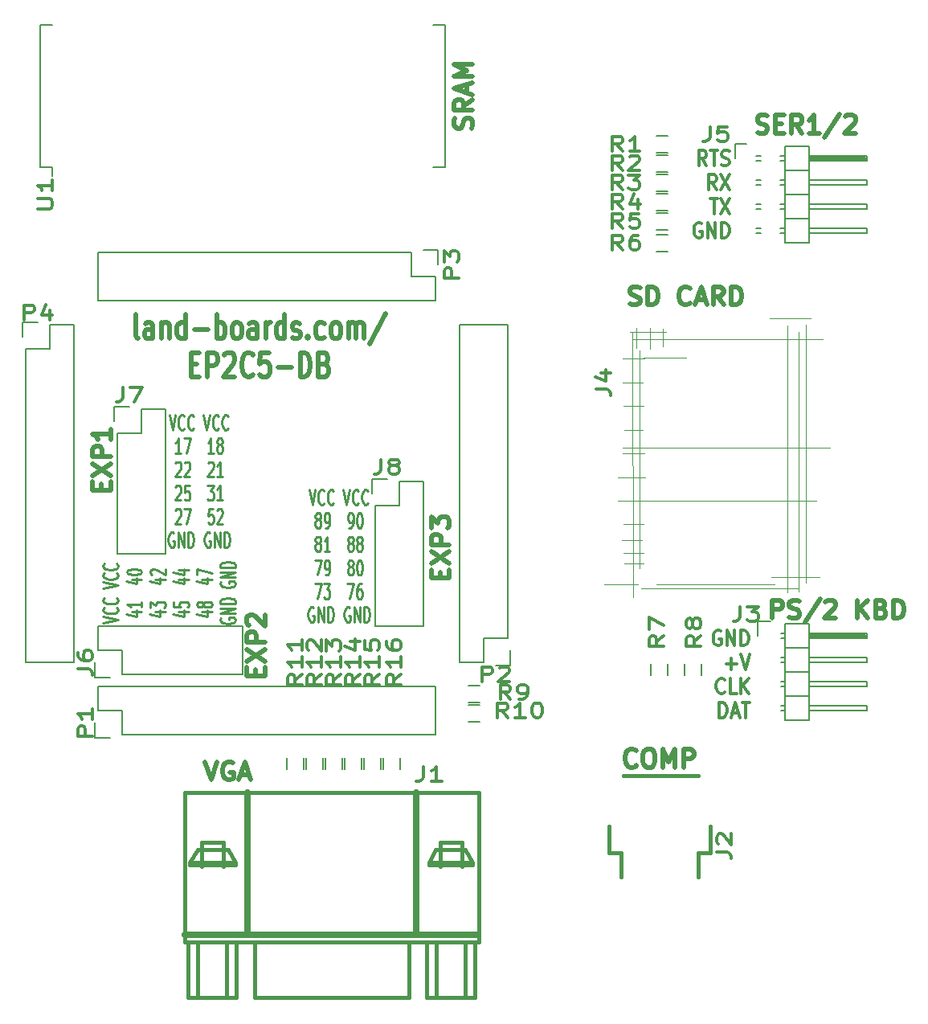
<source format=gbr>
G04 #@! TF.FileFunction,Legend,Top*
%FSLAX46Y46*%
G04 Gerber Fmt 4.6, Leading zero omitted, Abs format (unit mm)*
G04 Created by KiCad (PCBNEW 4.0.1-stable) date 12/25/2016 3:43:21 PM*
%MOMM*%
G01*
G04 APERTURE LIST*
%ADD10C,0.150000*%
%ADD11C,0.250000*%
%ADD12C,0.476250*%
%ADD13C,0.300000*%
%ADD14C,0.381000*%
%ADD15C,0.650000*%
%ADD16C,0.010000*%
%ADD17C,0.100000*%
%ADD18C,0.317500*%
G04 APERTURE END LIST*
D10*
D11*
X41307143Y-64323405D02*
X41640476Y-65910905D01*
X41973810Y-64323405D01*
X42878572Y-65759714D02*
X42830953Y-65835310D01*
X42688096Y-65910905D01*
X42592858Y-65910905D01*
X42450000Y-65835310D01*
X42354762Y-65684119D01*
X42307143Y-65532929D01*
X42259524Y-65230548D01*
X42259524Y-65003762D01*
X42307143Y-64701381D01*
X42354762Y-64550190D01*
X42450000Y-64399000D01*
X42592858Y-64323405D01*
X42688096Y-64323405D01*
X42830953Y-64399000D01*
X42878572Y-64474595D01*
X43878572Y-65759714D02*
X43830953Y-65835310D01*
X43688096Y-65910905D01*
X43592858Y-65910905D01*
X43450000Y-65835310D01*
X43354762Y-65684119D01*
X43307143Y-65532929D01*
X43259524Y-65230548D01*
X43259524Y-65003762D01*
X43307143Y-64701381D01*
X43354762Y-64550190D01*
X43450000Y-64399000D01*
X43592858Y-64323405D01*
X43688096Y-64323405D01*
X43830953Y-64399000D01*
X43878572Y-64474595D01*
X44926191Y-64323405D02*
X45259524Y-65910905D01*
X45592858Y-64323405D01*
X46497620Y-65759714D02*
X46450001Y-65835310D01*
X46307144Y-65910905D01*
X46211906Y-65910905D01*
X46069048Y-65835310D01*
X45973810Y-65684119D01*
X45926191Y-65532929D01*
X45878572Y-65230548D01*
X45878572Y-65003762D01*
X45926191Y-64701381D01*
X45973810Y-64550190D01*
X46069048Y-64399000D01*
X46211906Y-64323405D01*
X46307144Y-64323405D01*
X46450001Y-64399000D01*
X46497620Y-64474595D01*
X47497620Y-65759714D02*
X47450001Y-65835310D01*
X47307144Y-65910905D01*
X47211906Y-65910905D01*
X47069048Y-65835310D01*
X46973810Y-65684119D01*
X46926191Y-65532929D01*
X46878572Y-65230548D01*
X46878572Y-65003762D01*
X46926191Y-64701381D01*
X46973810Y-64550190D01*
X47069048Y-64399000D01*
X47211906Y-64323405D01*
X47307144Y-64323405D01*
X47450001Y-64399000D01*
X47497620Y-64474595D01*
X42164285Y-67476262D02*
X42069047Y-67400667D01*
X42021428Y-67325071D01*
X41973809Y-67173881D01*
X41973809Y-67098286D01*
X42021428Y-66947095D01*
X42069047Y-66871500D01*
X42164285Y-66795905D01*
X42354762Y-66795905D01*
X42450000Y-66871500D01*
X42497619Y-66947095D01*
X42545238Y-67098286D01*
X42545238Y-67173881D01*
X42497619Y-67325071D01*
X42450000Y-67400667D01*
X42354762Y-67476262D01*
X42164285Y-67476262D01*
X42069047Y-67551857D01*
X42021428Y-67627452D01*
X41973809Y-67778643D01*
X41973809Y-68081024D01*
X42021428Y-68232214D01*
X42069047Y-68307810D01*
X42164285Y-68383405D01*
X42354762Y-68383405D01*
X42450000Y-68307810D01*
X42497619Y-68232214D01*
X42545238Y-68081024D01*
X42545238Y-67778643D01*
X42497619Y-67627452D01*
X42450000Y-67551857D01*
X42354762Y-67476262D01*
X43021428Y-68383405D02*
X43211904Y-68383405D01*
X43307143Y-68307810D01*
X43354762Y-68232214D01*
X43450000Y-68005429D01*
X43497619Y-67703048D01*
X43497619Y-67098286D01*
X43450000Y-66947095D01*
X43402381Y-66871500D01*
X43307143Y-66795905D01*
X43116666Y-66795905D01*
X43021428Y-66871500D01*
X42973809Y-66947095D01*
X42926190Y-67098286D01*
X42926190Y-67476262D01*
X42973809Y-67627452D01*
X43021428Y-67703048D01*
X43116666Y-67778643D01*
X43307143Y-67778643D01*
X43402381Y-67703048D01*
X43450000Y-67627452D01*
X43497619Y-67476262D01*
X45497619Y-68383405D02*
X45688095Y-68383405D01*
X45783334Y-68307810D01*
X45830953Y-68232214D01*
X45926191Y-68005429D01*
X45973810Y-67703048D01*
X45973810Y-67098286D01*
X45926191Y-66947095D01*
X45878572Y-66871500D01*
X45783334Y-66795905D01*
X45592857Y-66795905D01*
X45497619Y-66871500D01*
X45450000Y-66947095D01*
X45402381Y-67098286D01*
X45402381Y-67476262D01*
X45450000Y-67627452D01*
X45497619Y-67703048D01*
X45592857Y-67778643D01*
X45783334Y-67778643D01*
X45878572Y-67703048D01*
X45926191Y-67627452D01*
X45973810Y-67476262D01*
X46592857Y-66795905D02*
X46688096Y-66795905D01*
X46783334Y-66871500D01*
X46830953Y-66947095D01*
X46878572Y-67098286D01*
X46926191Y-67400667D01*
X46926191Y-67778643D01*
X46878572Y-68081024D01*
X46830953Y-68232214D01*
X46783334Y-68307810D01*
X46688096Y-68383405D01*
X46592857Y-68383405D01*
X46497619Y-68307810D01*
X46450000Y-68232214D01*
X46402381Y-68081024D01*
X46354762Y-67778643D01*
X46354762Y-67400667D01*
X46402381Y-67098286D01*
X46450000Y-66947095D01*
X46497619Y-66871500D01*
X46592857Y-66795905D01*
X42164285Y-69948762D02*
X42069047Y-69873167D01*
X42021428Y-69797571D01*
X41973809Y-69646381D01*
X41973809Y-69570786D01*
X42021428Y-69419595D01*
X42069047Y-69344000D01*
X42164285Y-69268405D01*
X42354762Y-69268405D01*
X42450000Y-69344000D01*
X42497619Y-69419595D01*
X42545238Y-69570786D01*
X42545238Y-69646381D01*
X42497619Y-69797571D01*
X42450000Y-69873167D01*
X42354762Y-69948762D01*
X42164285Y-69948762D01*
X42069047Y-70024357D01*
X42021428Y-70099952D01*
X41973809Y-70251143D01*
X41973809Y-70553524D01*
X42021428Y-70704714D01*
X42069047Y-70780310D01*
X42164285Y-70855905D01*
X42354762Y-70855905D01*
X42450000Y-70780310D01*
X42497619Y-70704714D01*
X42545238Y-70553524D01*
X42545238Y-70251143D01*
X42497619Y-70099952D01*
X42450000Y-70024357D01*
X42354762Y-69948762D01*
X43497619Y-70855905D02*
X42926190Y-70855905D01*
X43211904Y-70855905D02*
X43211904Y-69268405D01*
X43116666Y-69495190D01*
X43021428Y-69646381D01*
X42926190Y-69721976D01*
X45592857Y-69948762D02*
X45497619Y-69873167D01*
X45450000Y-69797571D01*
X45402381Y-69646381D01*
X45402381Y-69570786D01*
X45450000Y-69419595D01*
X45497619Y-69344000D01*
X45592857Y-69268405D01*
X45783334Y-69268405D01*
X45878572Y-69344000D01*
X45926191Y-69419595D01*
X45973810Y-69570786D01*
X45973810Y-69646381D01*
X45926191Y-69797571D01*
X45878572Y-69873167D01*
X45783334Y-69948762D01*
X45592857Y-69948762D01*
X45497619Y-70024357D01*
X45450000Y-70099952D01*
X45402381Y-70251143D01*
X45402381Y-70553524D01*
X45450000Y-70704714D01*
X45497619Y-70780310D01*
X45592857Y-70855905D01*
X45783334Y-70855905D01*
X45878572Y-70780310D01*
X45926191Y-70704714D01*
X45973810Y-70553524D01*
X45973810Y-70251143D01*
X45926191Y-70099952D01*
X45878572Y-70024357D01*
X45783334Y-69948762D01*
X46545238Y-69948762D02*
X46450000Y-69873167D01*
X46402381Y-69797571D01*
X46354762Y-69646381D01*
X46354762Y-69570786D01*
X46402381Y-69419595D01*
X46450000Y-69344000D01*
X46545238Y-69268405D01*
X46735715Y-69268405D01*
X46830953Y-69344000D01*
X46878572Y-69419595D01*
X46926191Y-69570786D01*
X46926191Y-69646381D01*
X46878572Y-69797571D01*
X46830953Y-69873167D01*
X46735715Y-69948762D01*
X46545238Y-69948762D01*
X46450000Y-70024357D01*
X46402381Y-70099952D01*
X46354762Y-70251143D01*
X46354762Y-70553524D01*
X46402381Y-70704714D01*
X46450000Y-70780310D01*
X46545238Y-70855905D01*
X46735715Y-70855905D01*
X46830953Y-70780310D01*
X46878572Y-70704714D01*
X46926191Y-70553524D01*
X46926191Y-70251143D01*
X46878572Y-70099952D01*
X46830953Y-70024357D01*
X46735715Y-69948762D01*
X41926190Y-71740905D02*
X42592857Y-71740905D01*
X42164285Y-73328405D01*
X43021428Y-73328405D02*
X43211904Y-73328405D01*
X43307143Y-73252810D01*
X43354762Y-73177214D01*
X43450000Y-72950429D01*
X43497619Y-72648048D01*
X43497619Y-72043286D01*
X43450000Y-71892095D01*
X43402381Y-71816500D01*
X43307143Y-71740905D01*
X43116666Y-71740905D01*
X43021428Y-71816500D01*
X42973809Y-71892095D01*
X42926190Y-72043286D01*
X42926190Y-72421262D01*
X42973809Y-72572452D01*
X43021428Y-72648048D01*
X43116666Y-72723643D01*
X43307143Y-72723643D01*
X43402381Y-72648048D01*
X43450000Y-72572452D01*
X43497619Y-72421262D01*
X45592857Y-72421262D02*
X45497619Y-72345667D01*
X45450000Y-72270071D01*
X45402381Y-72118881D01*
X45402381Y-72043286D01*
X45450000Y-71892095D01*
X45497619Y-71816500D01*
X45592857Y-71740905D01*
X45783334Y-71740905D01*
X45878572Y-71816500D01*
X45926191Y-71892095D01*
X45973810Y-72043286D01*
X45973810Y-72118881D01*
X45926191Y-72270071D01*
X45878572Y-72345667D01*
X45783334Y-72421262D01*
X45592857Y-72421262D01*
X45497619Y-72496857D01*
X45450000Y-72572452D01*
X45402381Y-72723643D01*
X45402381Y-73026024D01*
X45450000Y-73177214D01*
X45497619Y-73252810D01*
X45592857Y-73328405D01*
X45783334Y-73328405D01*
X45878572Y-73252810D01*
X45926191Y-73177214D01*
X45973810Y-73026024D01*
X45973810Y-72723643D01*
X45926191Y-72572452D01*
X45878572Y-72496857D01*
X45783334Y-72421262D01*
X46592857Y-71740905D02*
X46688096Y-71740905D01*
X46783334Y-71816500D01*
X46830953Y-71892095D01*
X46878572Y-72043286D01*
X46926191Y-72345667D01*
X46926191Y-72723643D01*
X46878572Y-73026024D01*
X46830953Y-73177214D01*
X46783334Y-73252810D01*
X46688096Y-73328405D01*
X46592857Y-73328405D01*
X46497619Y-73252810D01*
X46450000Y-73177214D01*
X46402381Y-73026024D01*
X46354762Y-72723643D01*
X46354762Y-72345667D01*
X46402381Y-72043286D01*
X46450000Y-71892095D01*
X46497619Y-71816500D01*
X46592857Y-71740905D01*
X41926190Y-74213405D02*
X42592857Y-74213405D01*
X42164285Y-75800905D01*
X42878571Y-74213405D02*
X43497619Y-74213405D01*
X43164285Y-74818167D01*
X43307143Y-74818167D01*
X43402381Y-74893762D01*
X43450000Y-74969357D01*
X43497619Y-75120548D01*
X43497619Y-75498524D01*
X43450000Y-75649714D01*
X43402381Y-75725310D01*
X43307143Y-75800905D01*
X43021428Y-75800905D01*
X42926190Y-75725310D01*
X42878571Y-75649714D01*
X45354762Y-74213405D02*
X46021429Y-74213405D01*
X45592857Y-75800905D01*
X46830953Y-74213405D02*
X46640476Y-74213405D01*
X46545238Y-74289000D01*
X46497619Y-74364595D01*
X46402381Y-74591381D01*
X46354762Y-74893762D01*
X46354762Y-75498524D01*
X46402381Y-75649714D01*
X46450000Y-75725310D01*
X46545238Y-75800905D01*
X46735715Y-75800905D01*
X46830953Y-75725310D01*
X46878572Y-75649714D01*
X46926191Y-75498524D01*
X46926191Y-75120548D01*
X46878572Y-74969357D01*
X46830953Y-74893762D01*
X46735715Y-74818167D01*
X46545238Y-74818167D01*
X46450000Y-74893762D01*
X46402381Y-74969357D01*
X46354762Y-75120548D01*
X41783334Y-76761500D02*
X41688096Y-76685905D01*
X41545239Y-76685905D01*
X41402381Y-76761500D01*
X41307143Y-76912690D01*
X41259524Y-77063881D01*
X41211905Y-77366262D01*
X41211905Y-77593048D01*
X41259524Y-77895429D01*
X41307143Y-78046619D01*
X41402381Y-78197810D01*
X41545239Y-78273405D01*
X41640477Y-78273405D01*
X41783334Y-78197810D01*
X41830953Y-78122214D01*
X41830953Y-77593048D01*
X41640477Y-77593048D01*
X42259524Y-78273405D02*
X42259524Y-76685905D01*
X42830953Y-78273405D01*
X42830953Y-76685905D01*
X43307143Y-78273405D02*
X43307143Y-76685905D01*
X43545238Y-76685905D01*
X43688096Y-76761500D01*
X43783334Y-76912690D01*
X43830953Y-77063881D01*
X43878572Y-77366262D01*
X43878572Y-77593048D01*
X43830953Y-77895429D01*
X43783334Y-78046619D01*
X43688096Y-78197810D01*
X43545238Y-78273405D01*
X43307143Y-78273405D01*
X45592858Y-76761500D02*
X45497620Y-76685905D01*
X45354763Y-76685905D01*
X45211905Y-76761500D01*
X45116667Y-76912690D01*
X45069048Y-77063881D01*
X45021429Y-77366262D01*
X45021429Y-77593048D01*
X45069048Y-77895429D01*
X45116667Y-78046619D01*
X45211905Y-78197810D01*
X45354763Y-78273405D01*
X45450001Y-78273405D01*
X45592858Y-78197810D01*
X45640477Y-78122214D01*
X45640477Y-77593048D01*
X45450001Y-77593048D01*
X46069048Y-78273405D02*
X46069048Y-76685905D01*
X46640477Y-78273405D01*
X46640477Y-76685905D01*
X47116667Y-78273405D02*
X47116667Y-76685905D01*
X47354762Y-76685905D01*
X47497620Y-76761500D01*
X47592858Y-76912690D01*
X47640477Y-77063881D01*
X47688096Y-77366262D01*
X47688096Y-77593048D01*
X47640477Y-77895429D01*
X47592858Y-78046619D01*
X47497620Y-78197810D01*
X47354762Y-78273405D01*
X47116667Y-78273405D01*
D12*
X55108929Y-73660000D02*
X55108929Y-73025000D01*
X56106786Y-72752857D02*
X56106786Y-73660000D01*
X54201786Y-73660000D01*
X54201786Y-72752857D01*
X54201786Y-72117857D02*
X56106786Y-70847857D01*
X54201786Y-70847857D02*
X56106786Y-72117857D01*
X56106786Y-70122143D02*
X54201786Y-70122143D01*
X54201786Y-69396428D01*
X54292500Y-69215000D01*
X54383214Y-69124285D01*
X54564643Y-69033571D01*
X54836786Y-69033571D01*
X55018214Y-69124285D01*
X55108929Y-69215000D01*
X55199643Y-69396428D01*
X55199643Y-70122143D01*
X54201786Y-68398571D02*
X54201786Y-67219285D01*
X54927500Y-67854285D01*
X54927500Y-67582143D01*
X55018214Y-67400714D01*
X55108929Y-67310000D01*
X55290357Y-67219285D01*
X55743929Y-67219285D01*
X55925357Y-67310000D01*
X56016071Y-67400714D01*
X56106786Y-67582143D01*
X56106786Y-68126428D01*
X56016071Y-68307857D01*
X55925357Y-68398571D01*
X19421929Y-64389000D02*
X19421929Y-63754000D01*
X20419786Y-63481857D02*
X20419786Y-64389000D01*
X18514786Y-64389000D01*
X18514786Y-63481857D01*
X18514786Y-62846857D02*
X20419786Y-61576857D01*
X18514786Y-61576857D02*
X20419786Y-62846857D01*
X20419786Y-60851143D02*
X18514786Y-60851143D01*
X18514786Y-60125428D01*
X18605500Y-59944000D01*
X18696214Y-59853285D01*
X18877643Y-59762571D01*
X19149786Y-59762571D01*
X19331214Y-59853285D01*
X19421929Y-59944000D01*
X19512643Y-60125428D01*
X19512643Y-60851143D01*
X20419786Y-57948285D02*
X20419786Y-59036857D01*
X20419786Y-58492571D02*
X18514786Y-58492571D01*
X18786929Y-58674000D01*
X18968357Y-58855428D01*
X19059071Y-59036857D01*
D11*
X26575143Y-56449405D02*
X26908476Y-58036905D01*
X27241810Y-56449405D01*
X28146572Y-57885714D02*
X28098953Y-57961310D01*
X27956096Y-58036905D01*
X27860858Y-58036905D01*
X27718000Y-57961310D01*
X27622762Y-57810119D01*
X27575143Y-57658929D01*
X27527524Y-57356548D01*
X27527524Y-57129762D01*
X27575143Y-56827381D01*
X27622762Y-56676190D01*
X27718000Y-56525000D01*
X27860858Y-56449405D01*
X27956096Y-56449405D01*
X28098953Y-56525000D01*
X28146572Y-56600595D01*
X29146572Y-57885714D02*
X29098953Y-57961310D01*
X28956096Y-58036905D01*
X28860858Y-58036905D01*
X28718000Y-57961310D01*
X28622762Y-57810119D01*
X28575143Y-57658929D01*
X28527524Y-57356548D01*
X28527524Y-57129762D01*
X28575143Y-56827381D01*
X28622762Y-56676190D01*
X28718000Y-56525000D01*
X28860858Y-56449405D01*
X28956096Y-56449405D01*
X29098953Y-56525000D01*
X29146572Y-56600595D01*
X30194191Y-56449405D02*
X30527524Y-58036905D01*
X30860858Y-56449405D01*
X31765620Y-57885714D02*
X31718001Y-57961310D01*
X31575144Y-58036905D01*
X31479906Y-58036905D01*
X31337048Y-57961310D01*
X31241810Y-57810119D01*
X31194191Y-57658929D01*
X31146572Y-57356548D01*
X31146572Y-57129762D01*
X31194191Y-56827381D01*
X31241810Y-56676190D01*
X31337048Y-56525000D01*
X31479906Y-56449405D01*
X31575144Y-56449405D01*
X31718001Y-56525000D01*
X31765620Y-56600595D01*
X32765620Y-57885714D02*
X32718001Y-57961310D01*
X32575144Y-58036905D01*
X32479906Y-58036905D01*
X32337048Y-57961310D01*
X32241810Y-57810119D01*
X32194191Y-57658929D01*
X32146572Y-57356548D01*
X32146572Y-57129762D01*
X32194191Y-56827381D01*
X32241810Y-56676190D01*
X32337048Y-56525000D01*
X32479906Y-56449405D01*
X32575144Y-56449405D01*
X32718001Y-56525000D01*
X32765620Y-56600595D01*
X27813238Y-60509405D02*
X27241809Y-60509405D01*
X27527523Y-60509405D02*
X27527523Y-58921905D01*
X27432285Y-59148690D01*
X27337047Y-59299881D01*
X27241809Y-59375476D01*
X28146571Y-58921905D02*
X28813238Y-58921905D01*
X28384666Y-60509405D01*
X31241810Y-60509405D02*
X30670381Y-60509405D01*
X30956095Y-60509405D02*
X30956095Y-58921905D01*
X30860857Y-59148690D01*
X30765619Y-59299881D01*
X30670381Y-59375476D01*
X31813238Y-59602262D02*
X31718000Y-59526667D01*
X31670381Y-59451071D01*
X31622762Y-59299881D01*
X31622762Y-59224286D01*
X31670381Y-59073095D01*
X31718000Y-58997500D01*
X31813238Y-58921905D01*
X32003715Y-58921905D01*
X32098953Y-58997500D01*
X32146572Y-59073095D01*
X32194191Y-59224286D01*
X32194191Y-59299881D01*
X32146572Y-59451071D01*
X32098953Y-59526667D01*
X32003715Y-59602262D01*
X31813238Y-59602262D01*
X31718000Y-59677857D01*
X31670381Y-59753452D01*
X31622762Y-59904643D01*
X31622762Y-60207024D01*
X31670381Y-60358214D01*
X31718000Y-60433810D01*
X31813238Y-60509405D01*
X32003715Y-60509405D01*
X32098953Y-60433810D01*
X32146572Y-60358214D01*
X32194191Y-60207024D01*
X32194191Y-59904643D01*
X32146572Y-59753452D01*
X32098953Y-59677857D01*
X32003715Y-59602262D01*
X27241809Y-61545595D02*
X27289428Y-61470000D01*
X27384666Y-61394405D01*
X27622762Y-61394405D01*
X27718000Y-61470000D01*
X27765619Y-61545595D01*
X27813238Y-61696786D01*
X27813238Y-61847976D01*
X27765619Y-62074762D01*
X27194190Y-62981905D01*
X27813238Y-62981905D01*
X28194190Y-61545595D02*
X28241809Y-61470000D01*
X28337047Y-61394405D01*
X28575143Y-61394405D01*
X28670381Y-61470000D01*
X28718000Y-61545595D01*
X28765619Y-61696786D01*
X28765619Y-61847976D01*
X28718000Y-62074762D01*
X28146571Y-62981905D01*
X28765619Y-62981905D01*
X30670381Y-61545595D02*
X30718000Y-61470000D01*
X30813238Y-61394405D01*
X31051334Y-61394405D01*
X31146572Y-61470000D01*
X31194191Y-61545595D01*
X31241810Y-61696786D01*
X31241810Y-61847976D01*
X31194191Y-62074762D01*
X30622762Y-62981905D01*
X31241810Y-62981905D01*
X32194191Y-62981905D02*
X31622762Y-62981905D01*
X31908476Y-62981905D02*
X31908476Y-61394405D01*
X31813238Y-61621190D01*
X31718000Y-61772381D01*
X31622762Y-61847976D01*
X27241809Y-64018095D02*
X27289428Y-63942500D01*
X27384666Y-63866905D01*
X27622762Y-63866905D01*
X27718000Y-63942500D01*
X27765619Y-64018095D01*
X27813238Y-64169286D01*
X27813238Y-64320476D01*
X27765619Y-64547262D01*
X27194190Y-65454405D01*
X27813238Y-65454405D01*
X28718000Y-63866905D02*
X28241809Y-63866905D01*
X28194190Y-64622857D01*
X28241809Y-64547262D01*
X28337047Y-64471667D01*
X28575143Y-64471667D01*
X28670381Y-64547262D01*
X28718000Y-64622857D01*
X28765619Y-64774048D01*
X28765619Y-65152024D01*
X28718000Y-65303214D01*
X28670381Y-65378810D01*
X28575143Y-65454405D01*
X28337047Y-65454405D01*
X28241809Y-65378810D01*
X28194190Y-65303214D01*
X30622762Y-63866905D02*
X31241810Y-63866905D01*
X30908476Y-64471667D01*
X31051334Y-64471667D01*
X31146572Y-64547262D01*
X31194191Y-64622857D01*
X31241810Y-64774048D01*
X31241810Y-65152024D01*
X31194191Y-65303214D01*
X31146572Y-65378810D01*
X31051334Y-65454405D01*
X30765619Y-65454405D01*
X30670381Y-65378810D01*
X30622762Y-65303214D01*
X32194191Y-65454405D02*
X31622762Y-65454405D01*
X31908476Y-65454405D02*
X31908476Y-63866905D01*
X31813238Y-64093690D01*
X31718000Y-64244881D01*
X31622762Y-64320476D01*
X27241809Y-66490595D02*
X27289428Y-66415000D01*
X27384666Y-66339405D01*
X27622762Y-66339405D01*
X27718000Y-66415000D01*
X27765619Y-66490595D01*
X27813238Y-66641786D01*
X27813238Y-66792976D01*
X27765619Y-67019762D01*
X27194190Y-67926905D01*
X27813238Y-67926905D01*
X28146571Y-66339405D02*
X28813238Y-66339405D01*
X28384666Y-67926905D01*
X31194191Y-66339405D02*
X30718000Y-66339405D01*
X30670381Y-67095357D01*
X30718000Y-67019762D01*
X30813238Y-66944167D01*
X31051334Y-66944167D01*
X31146572Y-67019762D01*
X31194191Y-67095357D01*
X31241810Y-67246548D01*
X31241810Y-67624524D01*
X31194191Y-67775714D01*
X31146572Y-67851310D01*
X31051334Y-67926905D01*
X30813238Y-67926905D01*
X30718000Y-67851310D01*
X30670381Y-67775714D01*
X31622762Y-66490595D02*
X31670381Y-66415000D01*
X31765619Y-66339405D01*
X32003715Y-66339405D01*
X32098953Y-66415000D01*
X32146572Y-66490595D01*
X32194191Y-66641786D01*
X32194191Y-66792976D01*
X32146572Y-67019762D01*
X31575143Y-67926905D01*
X32194191Y-67926905D01*
X27051334Y-68887500D02*
X26956096Y-68811905D01*
X26813239Y-68811905D01*
X26670381Y-68887500D01*
X26575143Y-69038690D01*
X26527524Y-69189881D01*
X26479905Y-69492262D01*
X26479905Y-69719048D01*
X26527524Y-70021429D01*
X26575143Y-70172619D01*
X26670381Y-70323810D01*
X26813239Y-70399405D01*
X26908477Y-70399405D01*
X27051334Y-70323810D01*
X27098953Y-70248214D01*
X27098953Y-69719048D01*
X26908477Y-69719048D01*
X27527524Y-70399405D02*
X27527524Y-68811905D01*
X28098953Y-70399405D01*
X28098953Y-68811905D01*
X28575143Y-70399405D02*
X28575143Y-68811905D01*
X28813238Y-68811905D01*
X28956096Y-68887500D01*
X29051334Y-69038690D01*
X29098953Y-69189881D01*
X29146572Y-69492262D01*
X29146572Y-69719048D01*
X29098953Y-70021429D01*
X29051334Y-70172619D01*
X28956096Y-70323810D01*
X28813238Y-70399405D01*
X28575143Y-70399405D01*
X30860858Y-68887500D02*
X30765620Y-68811905D01*
X30622763Y-68811905D01*
X30479905Y-68887500D01*
X30384667Y-69038690D01*
X30337048Y-69189881D01*
X30289429Y-69492262D01*
X30289429Y-69719048D01*
X30337048Y-70021429D01*
X30384667Y-70172619D01*
X30479905Y-70323810D01*
X30622763Y-70399405D01*
X30718001Y-70399405D01*
X30860858Y-70323810D01*
X30908477Y-70248214D01*
X30908477Y-69719048D01*
X30718001Y-69719048D01*
X31337048Y-70399405D02*
X31337048Y-68811905D01*
X31908477Y-70399405D01*
X31908477Y-68811905D01*
X32384667Y-70399405D02*
X32384667Y-68811905D01*
X32622762Y-68811905D01*
X32765620Y-68887500D01*
X32860858Y-69038690D01*
X32908477Y-69189881D01*
X32956096Y-69492262D01*
X32956096Y-69719048D01*
X32908477Y-70021429D01*
X32860858Y-70172619D01*
X32765620Y-70323810D01*
X32622762Y-70399405D01*
X32384667Y-70399405D01*
X19619405Y-78326857D02*
X21206905Y-77993524D01*
X19619405Y-77660190D01*
X21055714Y-76755428D02*
X21131310Y-76803047D01*
X21206905Y-76945904D01*
X21206905Y-77041142D01*
X21131310Y-77184000D01*
X20980119Y-77279238D01*
X20828929Y-77326857D01*
X20526548Y-77374476D01*
X20299762Y-77374476D01*
X19997381Y-77326857D01*
X19846190Y-77279238D01*
X19695000Y-77184000D01*
X19619405Y-77041142D01*
X19619405Y-76945904D01*
X19695000Y-76803047D01*
X19770595Y-76755428D01*
X21055714Y-75755428D02*
X21131310Y-75803047D01*
X21206905Y-75945904D01*
X21206905Y-76041142D01*
X21131310Y-76184000D01*
X20980119Y-76279238D01*
X20828929Y-76326857D01*
X20526548Y-76374476D01*
X20299762Y-76374476D01*
X19997381Y-76326857D01*
X19846190Y-76279238D01*
X19695000Y-76184000D01*
X19619405Y-76041142D01*
X19619405Y-75945904D01*
X19695000Y-75803047D01*
X19770595Y-75755428D01*
X19619405Y-74707809D02*
X21206905Y-74374476D01*
X19619405Y-74041142D01*
X21055714Y-73136380D02*
X21131310Y-73183999D01*
X21206905Y-73326856D01*
X21206905Y-73422094D01*
X21131310Y-73564952D01*
X20980119Y-73660190D01*
X20828929Y-73707809D01*
X20526548Y-73755428D01*
X20299762Y-73755428D01*
X19997381Y-73707809D01*
X19846190Y-73660190D01*
X19695000Y-73564952D01*
X19619405Y-73422094D01*
X19619405Y-73326856D01*
X19695000Y-73183999D01*
X19770595Y-73136380D01*
X21055714Y-72136380D02*
X21131310Y-72183999D01*
X21206905Y-72326856D01*
X21206905Y-72422094D01*
X21131310Y-72564952D01*
X20980119Y-72660190D01*
X20828929Y-72707809D01*
X20526548Y-72755428D01*
X20299762Y-72755428D01*
X19997381Y-72707809D01*
X19846190Y-72660190D01*
X19695000Y-72564952D01*
X19619405Y-72422094D01*
X19619405Y-72326856D01*
X19695000Y-72183999D01*
X19770595Y-72136380D01*
X22621071Y-77184000D02*
X23679405Y-77184000D01*
X22016310Y-77422096D02*
X23150238Y-77660191D01*
X23150238Y-77041143D01*
X23679405Y-76136381D02*
X23679405Y-76707810D01*
X23679405Y-76422096D02*
X22091905Y-76422096D01*
X22318690Y-76517334D01*
X22469881Y-76612572D01*
X22545476Y-76707810D01*
X22621071Y-73755428D02*
X23679405Y-73755428D01*
X22016310Y-73993524D02*
X23150238Y-74231619D01*
X23150238Y-73612571D01*
X22091905Y-73041143D02*
X22091905Y-72945904D01*
X22167500Y-72850666D01*
X22243095Y-72803047D01*
X22394286Y-72755428D01*
X22696667Y-72707809D01*
X23074643Y-72707809D01*
X23377024Y-72755428D01*
X23528214Y-72803047D01*
X23603810Y-72850666D01*
X23679405Y-72945904D01*
X23679405Y-73041143D01*
X23603810Y-73136381D01*
X23528214Y-73184000D01*
X23377024Y-73231619D01*
X23074643Y-73279238D01*
X22696667Y-73279238D01*
X22394286Y-73231619D01*
X22243095Y-73184000D01*
X22167500Y-73136381D01*
X22091905Y-73041143D01*
X25093571Y-77184000D02*
X26151905Y-77184000D01*
X24488810Y-77422096D02*
X25622738Y-77660191D01*
X25622738Y-77041143D01*
X24564405Y-76755429D02*
X24564405Y-76136381D01*
X25169167Y-76469715D01*
X25169167Y-76326857D01*
X25244762Y-76231619D01*
X25320357Y-76184000D01*
X25471548Y-76136381D01*
X25849524Y-76136381D01*
X26000714Y-76184000D01*
X26076310Y-76231619D01*
X26151905Y-76326857D01*
X26151905Y-76612572D01*
X26076310Y-76707810D01*
X26000714Y-76755429D01*
X25093571Y-73755428D02*
X26151905Y-73755428D01*
X24488810Y-73993524D02*
X25622738Y-74231619D01*
X25622738Y-73612571D01*
X24715595Y-73279238D02*
X24640000Y-73231619D01*
X24564405Y-73136381D01*
X24564405Y-72898285D01*
X24640000Y-72803047D01*
X24715595Y-72755428D01*
X24866786Y-72707809D01*
X25017976Y-72707809D01*
X25244762Y-72755428D01*
X26151905Y-73326857D01*
X26151905Y-72707809D01*
X27566071Y-77184000D02*
X28624405Y-77184000D01*
X26961310Y-77422096D02*
X28095238Y-77660191D01*
X28095238Y-77041143D01*
X27036905Y-76184000D02*
X27036905Y-76660191D01*
X27792857Y-76707810D01*
X27717262Y-76660191D01*
X27641667Y-76564953D01*
X27641667Y-76326857D01*
X27717262Y-76231619D01*
X27792857Y-76184000D01*
X27944048Y-76136381D01*
X28322024Y-76136381D01*
X28473214Y-76184000D01*
X28548810Y-76231619D01*
X28624405Y-76326857D01*
X28624405Y-76564953D01*
X28548810Y-76660191D01*
X28473214Y-76707810D01*
X27566071Y-73755428D02*
X28624405Y-73755428D01*
X26961310Y-73993524D02*
X28095238Y-74231619D01*
X28095238Y-73612571D01*
X27566071Y-72803047D02*
X28624405Y-72803047D01*
X26961310Y-73041143D02*
X28095238Y-73279238D01*
X28095238Y-72660190D01*
X30038571Y-77184000D02*
X31096905Y-77184000D01*
X29433810Y-77422096D02*
X30567738Y-77660191D01*
X30567738Y-77041143D01*
X30189762Y-76517334D02*
X30114167Y-76612572D01*
X30038571Y-76660191D01*
X29887381Y-76707810D01*
X29811786Y-76707810D01*
X29660595Y-76660191D01*
X29585000Y-76612572D01*
X29509405Y-76517334D01*
X29509405Y-76326857D01*
X29585000Y-76231619D01*
X29660595Y-76184000D01*
X29811786Y-76136381D01*
X29887381Y-76136381D01*
X30038571Y-76184000D01*
X30114167Y-76231619D01*
X30189762Y-76326857D01*
X30189762Y-76517334D01*
X30265357Y-76612572D01*
X30340952Y-76660191D01*
X30492143Y-76707810D01*
X30794524Y-76707810D01*
X30945714Y-76660191D01*
X31021310Y-76612572D01*
X31096905Y-76517334D01*
X31096905Y-76326857D01*
X31021310Y-76231619D01*
X30945714Y-76184000D01*
X30794524Y-76136381D01*
X30492143Y-76136381D01*
X30340952Y-76184000D01*
X30265357Y-76231619D01*
X30189762Y-76326857D01*
X30038571Y-73755428D02*
X31096905Y-73755428D01*
X29433810Y-73993524D02*
X30567738Y-74231619D01*
X30567738Y-73612571D01*
X29509405Y-73326857D02*
X29509405Y-72660190D01*
X31096905Y-73088762D01*
X32057500Y-77850666D02*
X31981905Y-77945904D01*
X31981905Y-78088761D01*
X32057500Y-78231619D01*
X32208690Y-78326857D01*
X32359881Y-78374476D01*
X32662262Y-78422095D01*
X32889048Y-78422095D01*
X33191429Y-78374476D01*
X33342619Y-78326857D01*
X33493810Y-78231619D01*
X33569405Y-78088761D01*
X33569405Y-77993523D01*
X33493810Y-77850666D01*
X33418214Y-77803047D01*
X32889048Y-77803047D01*
X32889048Y-77993523D01*
X33569405Y-77374476D02*
X31981905Y-77374476D01*
X33569405Y-76803047D01*
X31981905Y-76803047D01*
X33569405Y-76326857D02*
X31981905Y-76326857D01*
X31981905Y-76088762D01*
X32057500Y-75945904D01*
X32208690Y-75850666D01*
X32359881Y-75803047D01*
X32662262Y-75755428D01*
X32889048Y-75755428D01*
X33191429Y-75803047D01*
X33342619Y-75850666D01*
X33493810Y-75945904D01*
X33569405Y-76088762D01*
X33569405Y-76326857D01*
X32057500Y-74041142D02*
X31981905Y-74136380D01*
X31981905Y-74279237D01*
X32057500Y-74422095D01*
X32208690Y-74517333D01*
X32359881Y-74564952D01*
X32662262Y-74612571D01*
X32889048Y-74612571D01*
X33191429Y-74564952D01*
X33342619Y-74517333D01*
X33493810Y-74422095D01*
X33569405Y-74279237D01*
X33569405Y-74183999D01*
X33493810Y-74041142D01*
X33418214Y-73993523D01*
X32889048Y-73993523D01*
X32889048Y-74183999D01*
X33569405Y-73564952D02*
X31981905Y-73564952D01*
X33569405Y-72993523D01*
X31981905Y-72993523D01*
X33569405Y-72517333D02*
X31981905Y-72517333D01*
X31981905Y-72279238D01*
X32057500Y-72136380D01*
X32208690Y-72041142D01*
X32359881Y-71993523D01*
X32662262Y-71945904D01*
X32889048Y-71945904D01*
X33191429Y-71993523D01*
X33342619Y-72041142D01*
X33493810Y-72136380D01*
X33569405Y-72279238D01*
X33569405Y-72517333D01*
D12*
X75103571Y-44771071D02*
X75375714Y-44861786D01*
X75829285Y-44861786D01*
X76010714Y-44771071D01*
X76101428Y-44680357D01*
X76192143Y-44498929D01*
X76192143Y-44317500D01*
X76101428Y-44136071D01*
X76010714Y-44045357D01*
X75829285Y-43954643D01*
X75466428Y-43863929D01*
X75285000Y-43773214D01*
X75194285Y-43682500D01*
X75103571Y-43501071D01*
X75103571Y-43319643D01*
X75194285Y-43138214D01*
X75285000Y-43047500D01*
X75466428Y-42956786D01*
X75920000Y-42956786D01*
X76192143Y-43047500D01*
X77008571Y-44861786D02*
X77008571Y-42956786D01*
X77462143Y-42956786D01*
X77734286Y-43047500D01*
X77915714Y-43228929D01*
X78006429Y-43410357D01*
X78097143Y-43773214D01*
X78097143Y-44045357D01*
X78006429Y-44408214D01*
X77915714Y-44589643D01*
X77734286Y-44771071D01*
X77462143Y-44861786D01*
X77008571Y-44861786D01*
X81453572Y-44680357D02*
X81362858Y-44771071D01*
X81090715Y-44861786D01*
X80909286Y-44861786D01*
X80637143Y-44771071D01*
X80455715Y-44589643D01*
X80365000Y-44408214D01*
X80274286Y-44045357D01*
X80274286Y-43773214D01*
X80365000Y-43410357D01*
X80455715Y-43228929D01*
X80637143Y-43047500D01*
X80909286Y-42956786D01*
X81090715Y-42956786D01*
X81362858Y-43047500D01*
X81453572Y-43138214D01*
X82179286Y-44317500D02*
X83086429Y-44317500D01*
X81997858Y-44861786D02*
X82632858Y-42956786D01*
X83267858Y-44861786D01*
X84991429Y-44861786D02*
X84356429Y-43954643D01*
X83902857Y-44861786D02*
X83902857Y-42956786D01*
X84628572Y-42956786D01*
X84810000Y-43047500D01*
X84900715Y-43138214D01*
X84991429Y-43319643D01*
X84991429Y-43591786D01*
X84900715Y-43773214D01*
X84810000Y-43863929D01*
X84628572Y-43954643D01*
X83902857Y-43954643D01*
X85807857Y-44861786D02*
X85807857Y-42956786D01*
X86261429Y-42956786D01*
X86533572Y-43047500D01*
X86715000Y-43228929D01*
X86805715Y-43410357D01*
X86896429Y-43773214D01*
X86896429Y-44045357D01*
X86805715Y-44408214D01*
X86715000Y-44589643D01*
X86533572Y-44771071D01*
X86261429Y-44861786D01*
X85807857Y-44861786D01*
D13*
X83191048Y-30208405D02*
X82725381Y-29452452D01*
X82392762Y-30208405D02*
X82392762Y-28620905D01*
X82924953Y-28620905D01*
X83058000Y-28696500D01*
X83124524Y-28772095D01*
X83191048Y-28923286D01*
X83191048Y-29150071D01*
X83124524Y-29301262D01*
X83058000Y-29376857D01*
X82924953Y-29452452D01*
X82392762Y-29452452D01*
X83590191Y-28620905D02*
X84388476Y-28620905D01*
X83989333Y-30208405D02*
X83989333Y-28620905D01*
X84787619Y-30132810D02*
X84987191Y-30208405D01*
X85319810Y-30208405D01*
X85452857Y-30132810D01*
X85519381Y-30057214D01*
X85585905Y-29906024D01*
X85585905Y-29754833D01*
X85519381Y-29603643D01*
X85452857Y-29528048D01*
X85319810Y-29452452D01*
X85053714Y-29376857D01*
X84920667Y-29301262D01*
X84854143Y-29225667D01*
X84787619Y-29074476D01*
X84787619Y-28923286D01*
X84854143Y-28772095D01*
X84920667Y-28696500D01*
X85053714Y-28620905D01*
X85386334Y-28620905D01*
X85585905Y-28696500D01*
X84255429Y-32730905D02*
X83789762Y-31974952D01*
X83457143Y-32730905D02*
X83457143Y-31143405D01*
X83989334Y-31143405D01*
X84122381Y-31219000D01*
X84188905Y-31294595D01*
X84255429Y-31445786D01*
X84255429Y-31672571D01*
X84188905Y-31823762D01*
X84122381Y-31899357D01*
X83989334Y-31974952D01*
X83457143Y-31974952D01*
X84721095Y-31143405D02*
X85652429Y-32730905D01*
X85652429Y-31143405D02*
X84721095Y-32730905D01*
X83590191Y-33665905D02*
X84388476Y-33665905D01*
X83989333Y-35253405D02*
X83989333Y-33665905D01*
X84721095Y-33665905D02*
X85652429Y-35253405D01*
X85652429Y-33665905D02*
X84721095Y-35253405D01*
X82658857Y-36264000D02*
X82525809Y-36188405D01*
X82326238Y-36188405D01*
X82126666Y-36264000D01*
X81993619Y-36415190D01*
X81927095Y-36566381D01*
X81860571Y-36868762D01*
X81860571Y-37095548D01*
X81927095Y-37397929D01*
X81993619Y-37549119D01*
X82126666Y-37700310D01*
X82326238Y-37775905D01*
X82459286Y-37775905D01*
X82658857Y-37700310D01*
X82725381Y-37624714D01*
X82725381Y-37095548D01*
X82459286Y-37095548D01*
X83324095Y-37775905D02*
X83324095Y-36188405D01*
X84122381Y-37775905D01*
X84122381Y-36188405D01*
X84787619Y-37775905D02*
X84787619Y-36188405D01*
X85120238Y-36188405D01*
X85319810Y-36264000D01*
X85452857Y-36415190D01*
X85519381Y-36566381D01*
X85585905Y-36868762D01*
X85585905Y-37095548D01*
X85519381Y-37397929D01*
X85452857Y-37549119D01*
X85319810Y-37700310D01*
X85120238Y-37775905D01*
X84787619Y-37775905D01*
D12*
X35677929Y-83947000D02*
X35677929Y-83312000D01*
X36675786Y-83039857D02*
X36675786Y-83947000D01*
X34770786Y-83947000D01*
X34770786Y-83039857D01*
X34770786Y-82404857D02*
X36675786Y-81134857D01*
X34770786Y-81134857D02*
X36675786Y-82404857D01*
X36675786Y-80409143D02*
X34770786Y-80409143D01*
X34770786Y-79683428D01*
X34861500Y-79502000D01*
X34952214Y-79411285D01*
X35133643Y-79320571D01*
X35405786Y-79320571D01*
X35587214Y-79411285D01*
X35677929Y-79502000D01*
X35768643Y-79683428D01*
X35768643Y-80409143D01*
X34952214Y-78594857D02*
X34861500Y-78504143D01*
X34770786Y-78322714D01*
X34770786Y-77869143D01*
X34861500Y-77687714D01*
X34952214Y-77597000D01*
X35133643Y-77506285D01*
X35315071Y-77506285D01*
X35587214Y-77597000D01*
X36675786Y-78685571D01*
X36675786Y-77506285D01*
D13*
X84690857Y-79242500D02*
X84557809Y-79166905D01*
X84358238Y-79166905D01*
X84158666Y-79242500D01*
X84025619Y-79393690D01*
X83959095Y-79544881D01*
X83892571Y-79847262D01*
X83892571Y-80074048D01*
X83959095Y-80376429D01*
X84025619Y-80527619D01*
X84158666Y-80678810D01*
X84358238Y-80754405D01*
X84491286Y-80754405D01*
X84690857Y-80678810D01*
X84757381Y-80603214D01*
X84757381Y-80074048D01*
X84491286Y-80074048D01*
X85356095Y-80754405D02*
X85356095Y-79166905D01*
X86154381Y-80754405D01*
X86154381Y-79166905D01*
X86819619Y-80754405D02*
X86819619Y-79166905D01*
X87152238Y-79166905D01*
X87351810Y-79242500D01*
X87484857Y-79393690D01*
X87551381Y-79544881D01*
X87617905Y-79847262D01*
X87617905Y-80074048D01*
X87551381Y-80376429D01*
X87484857Y-80527619D01*
X87351810Y-80678810D01*
X87152238Y-80754405D01*
X86819619Y-80754405D01*
X85289571Y-82672143D02*
X86353952Y-82672143D01*
X85821762Y-83276905D02*
X85821762Y-82067381D01*
X86819619Y-81689405D02*
X87285285Y-83276905D01*
X87750952Y-81689405D01*
X85090000Y-85648214D02*
X85023476Y-85723810D01*
X84823905Y-85799405D01*
X84690857Y-85799405D01*
X84491285Y-85723810D01*
X84358238Y-85572619D01*
X84291714Y-85421429D01*
X84225190Y-85119048D01*
X84225190Y-84892262D01*
X84291714Y-84589881D01*
X84358238Y-84438690D01*
X84491285Y-84287500D01*
X84690857Y-84211905D01*
X84823905Y-84211905D01*
X85023476Y-84287500D01*
X85090000Y-84363095D01*
X86353952Y-85799405D02*
X85688714Y-85799405D01*
X85688714Y-84211905D01*
X86819619Y-85799405D02*
X86819619Y-84211905D01*
X87617905Y-85799405D02*
X87019190Y-84892262D01*
X87617905Y-84211905D02*
X86819619Y-85119048D01*
X84557809Y-88321905D02*
X84557809Y-86734405D01*
X84890428Y-86734405D01*
X85090000Y-86810000D01*
X85223047Y-86961190D01*
X85289571Y-87112381D01*
X85356095Y-87414762D01*
X85356095Y-87641548D01*
X85289571Y-87943929D01*
X85223047Y-88095119D01*
X85090000Y-88246310D01*
X84890428Y-88321905D01*
X84557809Y-88321905D01*
X85888285Y-87868333D02*
X86553523Y-87868333D01*
X85755238Y-88321905D02*
X86220904Y-86734405D01*
X86686571Y-88321905D01*
X86952667Y-86734405D02*
X87750952Y-86734405D01*
X87351809Y-88321905D02*
X87351809Y-86734405D01*
D12*
X75782715Y-93390357D02*
X75692001Y-93481071D01*
X75419858Y-93571786D01*
X75238429Y-93571786D01*
X74966286Y-93481071D01*
X74784858Y-93299643D01*
X74694143Y-93118214D01*
X74603429Y-92755357D01*
X74603429Y-92483214D01*
X74694143Y-92120357D01*
X74784858Y-91938929D01*
X74966286Y-91757500D01*
X75238429Y-91666786D01*
X75419858Y-91666786D01*
X75692001Y-91757500D01*
X75782715Y-91848214D01*
X76962001Y-91666786D02*
X77324858Y-91666786D01*
X77506286Y-91757500D01*
X77687715Y-91938929D01*
X77778429Y-92301786D01*
X77778429Y-92936786D01*
X77687715Y-93299643D01*
X77506286Y-93481071D01*
X77324858Y-93571786D01*
X76962001Y-93571786D01*
X76780572Y-93481071D01*
X76599143Y-93299643D01*
X76508429Y-92936786D01*
X76508429Y-92301786D01*
X76599143Y-91938929D01*
X76780572Y-91757500D01*
X76962001Y-91666786D01*
X78594857Y-93571786D02*
X78594857Y-91666786D01*
X79229857Y-93027500D01*
X79864857Y-91666786D01*
X79864857Y-93571786D01*
X80772000Y-93571786D02*
X80772000Y-91666786D01*
X81497715Y-91666786D01*
X81679143Y-91757500D01*
X81769858Y-91848214D01*
X81860572Y-92029643D01*
X81860572Y-92301786D01*
X81769858Y-92483214D01*
X81679143Y-92573929D01*
X81497715Y-92664643D01*
X80772000Y-92664643D01*
X58429071Y-26261786D02*
X58519786Y-25989643D01*
X58519786Y-25536072D01*
X58429071Y-25354643D01*
X58338357Y-25263929D01*
X58156929Y-25173214D01*
X57975500Y-25173214D01*
X57794071Y-25263929D01*
X57703357Y-25354643D01*
X57612643Y-25536072D01*
X57521929Y-25898929D01*
X57431214Y-26080357D01*
X57340500Y-26171072D01*
X57159071Y-26261786D01*
X56977643Y-26261786D01*
X56796214Y-26171072D01*
X56705500Y-26080357D01*
X56614786Y-25898929D01*
X56614786Y-25445357D01*
X56705500Y-25173214D01*
X58519786Y-23268214D02*
X57612643Y-23903214D01*
X58519786Y-24356786D02*
X56614786Y-24356786D01*
X56614786Y-23631071D01*
X56705500Y-23449643D01*
X56796214Y-23358928D01*
X56977643Y-23268214D01*
X57249786Y-23268214D01*
X57431214Y-23358928D01*
X57521929Y-23449643D01*
X57612643Y-23631071D01*
X57612643Y-24356786D01*
X57975500Y-22542500D02*
X57975500Y-21635357D01*
X58519786Y-22723928D02*
X56614786Y-22088928D01*
X58519786Y-21453928D01*
X58519786Y-20818929D02*
X56614786Y-20818929D01*
X57975500Y-20183929D01*
X56614786Y-19548929D01*
X58519786Y-19548929D01*
X90105714Y-77861786D02*
X90105714Y-75956786D01*
X90831429Y-75956786D01*
X91012857Y-76047500D01*
X91103572Y-76138214D01*
X91194286Y-76319643D01*
X91194286Y-76591786D01*
X91103572Y-76773214D01*
X91012857Y-76863929D01*
X90831429Y-76954643D01*
X90105714Y-76954643D01*
X91920000Y-77771071D02*
X92192143Y-77861786D01*
X92645714Y-77861786D01*
X92827143Y-77771071D01*
X92917857Y-77680357D01*
X93008572Y-77498929D01*
X93008572Y-77317500D01*
X92917857Y-77136071D01*
X92827143Y-77045357D01*
X92645714Y-76954643D01*
X92282857Y-76863929D01*
X92101429Y-76773214D01*
X92010714Y-76682500D01*
X91920000Y-76501071D01*
X91920000Y-76319643D01*
X92010714Y-76138214D01*
X92101429Y-76047500D01*
X92282857Y-75956786D01*
X92736429Y-75956786D01*
X93008572Y-76047500D01*
X95185715Y-75866071D02*
X93552858Y-78315357D01*
X95730000Y-76138214D02*
X95820714Y-76047500D01*
X96002143Y-75956786D01*
X96455714Y-75956786D01*
X96637143Y-76047500D01*
X96727857Y-76138214D01*
X96818572Y-76319643D01*
X96818572Y-76501071D01*
X96727857Y-76773214D01*
X95639286Y-77861786D01*
X96818572Y-77861786D01*
X99086429Y-77861786D02*
X99086429Y-75956786D01*
X100175001Y-77861786D02*
X99358572Y-76773214D01*
X100175001Y-75956786D02*
X99086429Y-77045357D01*
X101626429Y-76863929D02*
X101898572Y-76954643D01*
X101989287Y-77045357D01*
X102080001Y-77226786D01*
X102080001Y-77498929D01*
X101989287Y-77680357D01*
X101898572Y-77771071D01*
X101717144Y-77861786D01*
X100991429Y-77861786D01*
X100991429Y-75956786D01*
X101626429Y-75956786D01*
X101807858Y-76047500D01*
X101898572Y-76138214D01*
X101989287Y-76319643D01*
X101989287Y-76501071D01*
X101898572Y-76682500D01*
X101807858Y-76773214D01*
X101626429Y-76863929D01*
X100991429Y-76863929D01*
X102896429Y-77861786D02*
X102896429Y-75956786D01*
X103350001Y-75956786D01*
X103622144Y-76047500D01*
X103803572Y-76228929D01*
X103894287Y-76410357D01*
X103985001Y-76773214D01*
X103985001Y-77045357D01*
X103894287Y-77408214D01*
X103803572Y-77589643D01*
X103622144Y-77771071D01*
X103350001Y-77861786D01*
X102896429Y-77861786D01*
X88555286Y-26679071D02*
X88827429Y-26769786D01*
X89281000Y-26769786D01*
X89462429Y-26679071D01*
X89553143Y-26588357D01*
X89643858Y-26406929D01*
X89643858Y-26225500D01*
X89553143Y-26044071D01*
X89462429Y-25953357D01*
X89281000Y-25862643D01*
X88918143Y-25771929D01*
X88736715Y-25681214D01*
X88646000Y-25590500D01*
X88555286Y-25409071D01*
X88555286Y-25227643D01*
X88646000Y-25046214D01*
X88736715Y-24955500D01*
X88918143Y-24864786D01*
X89371715Y-24864786D01*
X89643858Y-24955500D01*
X90460286Y-25771929D02*
X91095286Y-25771929D01*
X91367429Y-26769786D02*
X90460286Y-26769786D01*
X90460286Y-24864786D01*
X91367429Y-24864786D01*
X93272429Y-26769786D02*
X92637429Y-25862643D01*
X92183857Y-26769786D02*
X92183857Y-24864786D01*
X92909572Y-24864786D01*
X93091000Y-24955500D01*
X93181715Y-25046214D01*
X93272429Y-25227643D01*
X93272429Y-25499786D01*
X93181715Y-25681214D01*
X93091000Y-25771929D01*
X92909572Y-25862643D01*
X92183857Y-25862643D01*
X95086715Y-26769786D02*
X93998143Y-26769786D01*
X94542429Y-26769786D02*
X94542429Y-24864786D01*
X94361000Y-25136929D01*
X94179572Y-25318357D01*
X93998143Y-25409071D01*
X97263858Y-24774071D02*
X95631001Y-27223357D01*
X97808143Y-25046214D02*
X97898857Y-24955500D01*
X98080286Y-24864786D01*
X98533857Y-24864786D01*
X98715286Y-24955500D01*
X98806000Y-25046214D01*
X98896715Y-25227643D01*
X98896715Y-25409071D01*
X98806000Y-25681214D01*
X97717429Y-26769786D01*
X98896715Y-26769786D01*
X23322645Y-48408923D02*
X23141217Y-48287970D01*
X23050502Y-48046065D01*
X23050502Y-45868923D01*
X24864788Y-48408923D02*
X24864788Y-47078446D01*
X24774074Y-46836542D01*
X24592645Y-46715589D01*
X24229788Y-46715589D01*
X24048359Y-46836542D01*
X24864788Y-48287970D02*
X24683359Y-48408923D01*
X24229788Y-48408923D01*
X24048359Y-48287970D01*
X23957645Y-48046065D01*
X23957645Y-47804161D01*
X24048359Y-47562256D01*
X24229788Y-47441304D01*
X24683359Y-47441304D01*
X24864788Y-47320351D01*
X25771930Y-46715589D02*
X25771930Y-48408923D01*
X25771930Y-46957494D02*
X25862645Y-46836542D01*
X26044073Y-46715589D01*
X26316216Y-46715589D01*
X26497645Y-46836542D01*
X26588359Y-47078446D01*
X26588359Y-48408923D01*
X28311930Y-48408923D02*
X28311930Y-45868923D01*
X28311930Y-48287970D02*
X28130501Y-48408923D01*
X27767644Y-48408923D01*
X27586216Y-48287970D01*
X27495501Y-48167018D01*
X27404787Y-47925113D01*
X27404787Y-47199399D01*
X27495501Y-46957494D01*
X27586216Y-46836542D01*
X27767644Y-46715589D01*
X28130501Y-46715589D01*
X28311930Y-46836542D01*
X29219072Y-47441304D02*
X30670501Y-47441304D01*
X31577643Y-48408923D02*
X31577643Y-45868923D01*
X31577643Y-46836542D02*
X31759072Y-46715589D01*
X32121929Y-46715589D01*
X32303358Y-46836542D01*
X32394072Y-46957494D01*
X32484786Y-47199399D01*
X32484786Y-47925113D01*
X32394072Y-48167018D01*
X32303358Y-48287970D01*
X32121929Y-48408923D01*
X31759072Y-48408923D01*
X31577643Y-48287970D01*
X33573357Y-48408923D02*
X33391929Y-48287970D01*
X33301214Y-48167018D01*
X33210500Y-47925113D01*
X33210500Y-47199399D01*
X33301214Y-46957494D01*
X33391929Y-46836542D01*
X33573357Y-46715589D01*
X33845500Y-46715589D01*
X34026929Y-46836542D01*
X34117643Y-46957494D01*
X34208357Y-47199399D01*
X34208357Y-47925113D01*
X34117643Y-48167018D01*
X34026929Y-48287970D01*
X33845500Y-48408923D01*
X33573357Y-48408923D01*
X35841214Y-48408923D02*
X35841214Y-47078446D01*
X35750500Y-46836542D01*
X35569071Y-46715589D01*
X35206214Y-46715589D01*
X35024785Y-46836542D01*
X35841214Y-48287970D02*
X35659785Y-48408923D01*
X35206214Y-48408923D01*
X35024785Y-48287970D01*
X34934071Y-48046065D01*
X34934071Y-47804161D01*
X35024785Y-47562256D01*
X35206214Y-47441304D01*
X35659785Y-47441304D01*
X35841214Y-47320351D01*
X36748356Y-48408923D02*
X36748356Y-46715589D01*
X36748356Y-47199399D02*
X36839071Y-46957494D01*
X36929785Y-46836542D01*
X37111214Y-46715589D01*
X37292642Y-46715589D01*
X38744071Y-48408923D02*
X38744071Y-45868923D01*
X38744071Y-48287970D02*
X38562642Y-48408923D01*
X38199785Y-48408923D01*
X38018357Y-48287970D01*
X37927642Y-48167018D01*
X37836928Y-47925113D01*
X37836928Y-47199399D01*
X37927642Y-46957494D01*
X38018357Y-46836542D01*
X38199785Y-46715589D01*
X38562642Y-46715589D01*
X38744071Y-46836542D01*
X39560499Y-48287970D02*
X39741928Y-48408923D01*
X40104785Y-48408923D01*
X40286213Y-48287970D01*
X40376928Y-48046065D01*
X40376928Y-47925113D01*
X40286213Y-47683208D01*
X40104785Y-47562256D01*
X39832642Y-47562256D01*
X39651213Y-47441304D01*
X39560499Y-47199399D01*
X39560499Y-47078446D01*
X39651213Y-46836542D01*
X39832642Y-46715589D01*
X40104785Y-46715589D01*
X40286213Y-46836542D01*
X41193356Y-48167018D02*
X41284071Y-48287970D01*
X41193356Y-48408923D01*
X41102642Y-48287970D01*
X41193356Y-48167018D01*
X41193356Y-48408923D01*
X42916928Y-48287970D02*
X42735499Y-48408923D01*
X42372642Y-48408923D01*
X42191214Y-48287970D01*
X42100499Y-48167018D01*
X42009785Y-47925113D01*
X42009785Y-47199399D01*
X42100499Y-46957494D01*
X42191214Y-46836542D01*
X42372642Y-46715589D01*
X42735499Y-46715589D01*
X42916928Y-46836542D01*
X44005499Y-48408923D02*
X43824071Y-48287970D01*
X43733356Y-48167018D01*
X43642642Y-47925113D01*
X43642642Y-47199399D01*
X43733356Y-46957494D01*
X43824071Y-46836542D01*
X44005499Y-46715589D01*
X44277642Y-46715589D01*
X44459071Y-46836542D01*
X44549785Y-46957494D01*
X44640499Y-47199399D01*
X44640499Y-47925113D01*
X44549785Y-48167018D01*
X44459071Y-48287970D01*
X44277642Y-48408923D01*
X44005499Y-48408923D01*
X45456927Y-48408923D02*
X45456927Y-46715589D01*
X45456927Y-46957494D02*
X45547642Y-46836542D01*
X45729070Y-46715589D01*
X46001213Y-46715589D01*
X46182642Y-46836542D01*
X46273356Y-47078446D01*
X46273356Y-48408923D01*
X46273356Y-47078446D02*
X46364070Y-46836542D01*
X46545499Y-46715589D01*
X46817642Y-46715589D01*
X46999070Y-46836542D01*
X47089785Y-47078446D01*
X47089785Y-48408923D01*
X49357642Y-45747970D02*
X47724785Y-49013685D01*
X28856214Y-51110696D02*
X29491214Y-51110696D01*
X29763357Y-52441173D02*
X28856214Y-52441173D01*
X28856214Y-49901173D01*
X29763357Y-49901173D01*
X30579785Y-52441173D02*
X30579785Y-49901173D01*
X31305500Y-49901173D01*
X31486928Y-50022125D01*
X31577643Y-50143077D01*
X31668357Y-50384982D01*
X31668357Y-50747839D01*
X31577643Y-50989744D01*
X31486928Y-51110696D01*
X31305500Y-51231649D01*
X30579785Y-51231649D01*
X32394071Y-50143077D02*
X32484785Y-50022125D01*
X32666214Y-49901173D01*
X33119785Y-49901173D01*
X33301214Y-50022125D01*
X33391928Y-50143077D01*
X33482643Y-50384982D01*
X33482643Y-50626887D01*
X33391928Y-50989744D01*
X32303357Y-52441173D01*
X33482643Y-52441173D01*
X35387643Y-52199268D02*
X35296929Y-52320220D01*
X35024786Y-52441173D01*
X34843357Y-52441173D01*
X34571214Y-52320220D01*
X34389786Y-52078315D01*
X34299071Y-51836411D01*
X34208357Y-51352601D01*
X34208357Y-50989744D01*
X34299071Y-50505935D01*
X34389786Y-50264030D01*
X34571214Y-50022125D01*
X34843357Y-49901173D01*
X35024786Y-49901173D01*
X35296929Y-50022125D01*
X35387643Y-50143077D01*
X37111214Y-49901173D02*
X36204071Y-49901173D01*
X36113357Y-51110696D01*
X36204071Y-50989744D01*
X36385500Y-50868792D01*
X36839071Y-50868792D01*
X37020500Y-50989744D01*
X37111214Y-51110696D01*
X37201929Y-51352601D01*
X37201929Y-51957363D01*
X37111214Y-52199268D01*
X37020500Y-52320220D01*
X36839071Y-52441173D01*
X36385500Y-52441173D01*
X36204071Y-52320220D01*
X36113357Y-52199268D01*
X38018357Y-51473554D02*
X39469786Y-51473554D01*
X40376928Y-52441173D02*
X40376928Y-49901173D01*
X40830500Y-49901173D01*
X41102643Y-50022125D01*
X41284071Y-50264030D01*
X41374786Y-50505935D01*
X41465500Y-50989744D01*
X41465500Y-51352601D01*
X41374786Y-51836411D01*
X41284071Y-52078315D01*
X41102643Y-52320220D01*
X40830500Y-52441173D01*
X40376928Y-52441173D01*
X42916928Y-51110696D02*
X43189071Y-51231649D01*
X43279786Y-51352601D01*
X43370500Y-51594506D01*
X43370500Y-51957363D01*
X43279786Y-52199268D01*
X43189071Y-52320220D01*
X43007643Y-52441173D01*
X42281928Y-52441173D01*
X42281928Y-49901173D01*
X42916928Y-49901173D01*
X43098357Y-50022125D01*
X43189071Y-50143077D01*
X43279786Y-50384982D01*
X43279786Y-50626887D01*
X43189071Y-50868792D01*
X43098357Y-50989744D01*
X42916928Y-51110696D01*
X42281928Y-51110696D01*
D10*
X54610000Y-85090000D02*
X19050000Y-85090000D01*
X21590000Y-90170000D02*
X54610000Y-90170000D01*
X54610000Y-85090000D02*
X54610000Y-90170000D01*
X19050000Y-85090000D02*
X19050000Y-87630000D01*
X18770000Y-88900000D02*
X18770000Y-90450000D01*
X19050000Y-87630000D02*
X21590000Y-87630000D01*
X21590000Y-87630000D02*
X21590000Y-90170000D01*
X18770000Y-90450000D02*
X20320000Y-90450000D01*
X57150000Y-46990000D02*
X57150000Y-82550000D01*
X62230000Y-80010000D02*
X62230000Y-46990000D01*
X57150000Y-46990000D02*
X62230000Y-46990000D01*
X57150000Y-82550000D02*
X59690000Y-82550000D01*
X60960000Y-82830000D02*
X62510000Y-82830000D01*
X59690000Y-82550000D02*
X59690000Y-80010000D01*
X59690000Y-80010000D02*
X62230000Y-80010000D01*
X62510000Y-82830000D02*
X62510000Y-81280000D01*
X19050000Y-44450000D02*
X54610000Y-44450000D01*
X52070000Y-39370000D02*
X19050000Y-39370000D01*
X19050000Y-44450000D02*
X19050000Y-39370000D01*
X54610000Y-44450000D02*
X54610000Y-41910000D01*
X54890000Y-40640000D02*
X54890000Y-39090000D01*
X54610000Y-41910000D02*
X52070000Y-41910000D01*
X52070000Y-41910000D02*
X52070000Y-39370000D01*
X54890000Y-39090000D02*
X53340000Y-39090000D01*
X16510000Y-82550000D02*
X16510000Y-46990000D01*
X11430000Y-49530000D02*
X11430000Y-82550000D01*
X16510000Y-82550000D02*
X11430000Y-82550000D01*
X16510000Y-46990000D02*
X13970000Y-46990000D01*
X12700000Y-46710000D02*
X11150000Y-46710000D01*
X13970000Y-46990000D02*
X13970000Y-49530000D01*
X13970000Y-49530000D02*
X11430000Y-49530000D01*
X11150000Y-46710000D02*
X11150000Y-48260000D01*
X12945000Y-30345000D02*
X14215000Y-30345000D01*
X12945000Y-15375000D02*
X14215000Y-15375000D01*
X55635000Y-15375000D02*
X54365000Y-15375000D01*
X55635000Y-30345000D02*
X54365000Y-30345000D01*
X12945000Y-30345000D02*
X12945000Y-15375000D01*
X55635000Y-30345000D02*
X55635000Y-15375000D01*
X14215000Y-30345000D02*
X14215000Y-31280000D01*
D14*
X82042000Y-94488000D02*
X82296000Y-94488000D01*
X75692000Y-94488000D02*
X74422000Y-94488000D01*
X72898000Y-99822000D02*
X72898000Y-102616000D01*
X72898000Y-102616000D02*
X74168000Y-102616000D01*
X74168000Y-102616000D02*
X74168000Y-105156000D01*
X83566000Y-99822000D02*
X83566000Y-102616000D01*
X83566000Y-102616000D02*
X82296000Y-102616000D01*
X82296000Y-102616000D02*
X82296000Y-105156000D01*
X82042000Y-94488000D02*
X75692000Y-94488000D01*
D10*
X34290000Y-78740000D02*
X19050000Y-78740000D01*
X21590000Y-83820000D02*
X34290000Y-83820000D01*
X34290000Y-78740000D02*
X34290000Y-83820000D01*
X19050000Y-78740000D02*
X19050000Y-81280000D01*
X18770000Y-82550000D02*
X18770000Y-84100000D01*
X19050000Y-81280000D02*
X21590000Y-81280000D01*
X21590000Y-81280000D02*
X21590000Y-83820000D01*
X18770000Y-84100000D02*
X20320000Y-84100000D01*
X47131000Y-93818000D02*
X47131000Y-92618000D01*
X48881000Y-92618000D02*
X48881000Y-93818000D01*
X49163000Y-93818000D02*
X49163000Y-92618000D01*
X50913000Y-92618000D02*
X50913000Y-93818000D01*
X43067000Y-93818000D02*
X43067000Y-92618000D01*
X44817000Y-92618000D02*
X44817000Y-93818000D01*
X45099000Y-93818000D02*
X45099000Y-92618000D01*
X46849000Y-92618000D02*
X46849000Y-93818000D01*
X41035000Y-93818000D02*
X41035000Y-92618000D01*
X42785000Y-92618000D02*
X42785000Y-93818000D01*
X59274000Y-86727000D02*
X58074000Y-86727000D01*
X58074000Y-84977000D02*
X59274000Y-84977000D01*
X59274000Y-88759000D02*
X58074000Y-88759000D01*
X58074000Y-87009000D02*
X59274000Y-87009000D01*
X80913000Y-83912000D02*
X80913000Y-82712000D01*
X82663000Y-82712000D02*
X82663000Y-83912000D01*
X77357000Y-83912000D02*
X77357000Y-82712000D01*
X79107000Y-82712000D02*
X79107000Y-83912000D01*
X79086000Y-28815000D02*
X77886000Y-28815000D01*
X77886000Y-27065000D02*
X79086000Y-27065000D01*
X79086000Y-32879000D02*
X77886000Y-32879000D01*
X77886000Y-31129000D02*
X79086000Y-31129000D01*
X79086000Y-36943000D02*
X77886000Y-36943000D01*
X77886000Y-35193000D02*
X79086000Y-35193000D01*
X77886000Y-29097000D02*
X79086000Y-29097000D01*
X79086000Y-30847000D02*
X77886000Y-30847000D01*
X77886000Y-33161000D02*
X79086000Y-33161000D01*
X79086000Y-34911000D02*
X77886000Y-34911000D01*
X77886000Y-37479000D02*
X79086000Y-37479000D01*
X79086000Y-39229000D02*
X77886000Y-39229000D01*
D15*
X52578000Y-96266000D02*
X52578000Y-111252000D01*
X34798000Y-96266000D02*
X34798000Y-110998000D01*
X28194000Y-111252000D02*
X58928000Y-111252000D01*
D14*
X59182000Y-96266000D02*
X59182000Y-111760000D01*
X28194000Y-96266000D02*
X28194000Y-111760000D01*
X33655000Y-112014000D02*
X33655000Y-117856000D01*
X32766000Y-102235000D02*
X33528000Y-103632000D01*
X29591000Y-102235000D02*
X28702000Y-103632000D01*
X59182000Y-96192340D02*
X28194000Y-96192340D01*
X57785000Y-102235000D02*
X58547000Y-103632000D01*
X54610000Y-102235000D02*
X53975000Y-103632000D01*
X54610000Y-102235000D02*
X57785000Y-102235000D01*
X29591000Y-102235000D02*
X32766000Y-102235000D01*
X58547000Y-103632000D02*
X53975000Y-103632000D01*
X53975000Y-103632000D02*
X53975000Y-103886000D01*
X53975000Y-103886000D02*
X58547000Y-103886000D01*
X58547000Y-103886000D02*
X58547000Y-103632000D01*
X33528000Y-103632000D02*
X28702000Y-103632000D01*
X28702000Y-103632000D02*
X28702000Y-103886000D01*
X28702000Y-103886000D02*
X33528000Y-103886000D01*
X33528000Y-103886000D02*
X33528000Y-103632000D01*
X55118000Y-104013000D02*
X55118000Y-101473000D01*
X55118000Y-101473000D02*
X57404000Y-101473000D01*
X57404000Y-101473000D02*
X57404000Y-104013000D01*
X29972000Y-104013000D02*
X29972000Y-101473000D01*
X29972000Y-101473000D02*
X32258000Y-101473000D01*
X32258000Y-101473000D02*
X32258000Y-104013000D01*
X32639000Y-112014000D02*
X32639000Y-117856000D01*
X29591000Y-112014000D02*
X29591000Y-117856000D01*
X57785000Y-112014000D02*
X57785000Y-117856000D01*
X54737000Y-112014000D02*
X54737000Y-117856000D01*
X53721000Y-112014000D02*
X53721000Y-117856000D01*
X53721000Y-117856000D02*
X58801000Y-117856000D01*
X58801000Y-117856000D02*
X58801000Y-112141000D01*
X28575000Y-112014000D02*
X28575000Y-117856000D01*
X28575000Y-117856000D02*
X33655000Y-117856000D01*
X35560000Y-112014000D02*
X35560000Y-117856000D01*
X35560000Y-117856000D02*
X51816000Y-117856000D01*
X51816000Y-117856000D02*
X51816000Y-112014000D01*
X28194000Y-112014000D02*
X59182000Y-112014000D01*
D10*
X88616000Y-78206000D02*
X88616000Y-79756000D01*
X89916000Y-78206000D02*
X88616000Y-78206000D01*
X94107000Y-79629000D02*
X99949000Y-79629000D01*
X99949000Y-79629000D02*
X99949000Y-79883000D01*
X99949000Y-79883000D02*
X94107000Y-79883000D01*
X94107000Y-79883000D02*
X94107000Y-79756000D01*
X94107000Y-79756000D02*
X99949000Y-79756000D01*
X91440000Y-79502000D02*
X91059000Y-79502000D01*
X91440000Y-80010000D02*
X91059000Y-80010000D01*
X91440000Y-82042000D02*
X91059000Y-82042000D01*
X91440000Y-82550000D02*
X91059000Y-82550000D01*
X91440000Y-84582000D02*
X91059000Y-84582000D01*
X91440000Y-85090000D02*
X91059000Y-85090000D01*
X91440000Y-87630000D02*
X91059000Y-87630000D01*
X91440000Y-87122000D02*
X91059000Y-87122000D01*
X91440000Y-78486000D02*
X93980000Y-78486000D01*
X91440000Y-81026000D02*
X93980000Y-81026000D01*
X91440000Y-81026000D02*
X91440000Y-83566000D01*
X91440000Y-83566000D02*
X93980000Y-83566000D01*
X93980000Y-82042000D02*
X100076000Y-82042000D01*
X100076000Y-82042000D02*
X100076000Y-82550000D01*
X100076000Y-82550000D02*
X93980000Y-82550000D01*
X93980000Y-83566000D02*
X93980000Y-81026000D01*
X93980000Y-81026000D02*
X93980000Y-78486000D01*
X100076000Y-80010000D02*
X93980000Y-80010000D01*
X100076000Y-79502000D02*
X100076000Y-80010000D01*
X93980000Y-79502000D02*
X100076000Y-79502000D01*
X91440000Y-81026000D02*
X93980000Y-81026000D01*
X91440000Y-78486000D02*
X91440000Y-81026000D01*
X91440000Y-86106000D02*
X93980000Y-86106000D01*
X91440000Y-86106000D02*
X91440000Y-88646000D01*
X91440000Y-88646000D02*
X93980000Y-88646000D01*
X93980000Y-87122000D02*
X100076000Y-87122000D01*
X100076000Y-87122000D02*
X100076000Y-87630000D01*
X100076000Y-87630000D02*
X93980000Y-87630000D01*
X93980000Y-88646000D02*
X93980000Y-86106000D01*
X93980000Y-86106000D02*
X93980000Y-83566000D01*
X100076000Y-85090000D02*
X93980000Y-85090000D01*
X100076000Y-84582000D02*
X100076000Y-85090000D01*
X93980000Y-84582000D02*
X100076000Y-84582000D01*
X91440000Y-86106000D02*
X93980000Y-86106000D01*
X91440000Y-83566000D02*
X91440000Y-86106000D01*
X91440000Y-83566000D02*
X93980000Y-83566000D01*
X87376000Y-27914000D02*
X86226000Y-27914000D01*
X86226000Y-27914000D02*
X86226000Y-29464000D01*
X88900000Y-37338000D02*
X88392000Y-37338000D01*
X88900000Y-36830000D02*
X88392000Y-36830000D01*
X88900000Y-34798000D02*
X88392000Y-34798000D01*
X88900000Y-34290000D02*
X88392000Y-34290000D01*
X88900000Y-32258000D02*
X88392000Y-32258000D01*
X88900000Y-31750000D02*
X88392000Y-31750000D01*
X88900000Y-29718000D02*
X88392000Y-29718000D01*
X88900000Y-29210000D02*
X88392000Y-29210000D01*
X91440000Y-29210000D02*
X90932000Y-29210000D01*
X91440000Y-29718000D02*
X90932000Y-29718000D01*
X91440000Y-31750000D02*
X90932000Y-31750000D01*
X91440000Y-32258000D02*
X90932000Y-32258000D01*
X91440000Y-37338000D02*
X90932000Y-37338000D01*
X91440000Y-36830000D02*
X90932000Y-36830000D01*
X91440000Y-34798000D02*
X90932000Y-34798000D01*
X91440000Y-34290000D02*
X90932000Y-34290000D01*
X93980000Y-29337000D02*
X99949000Y-29337000D01*
X99949000Y-29337000D02*
X99949000Y-29591000D01*
X99949000Y-29591000D02*
X94107000Y-29591000D01*
X94107000Y-29591000D02*
X94107000Y-29464000D01*
X94107000Y-29464000D02*
X99949000Y-29464000D01*
X91440000Y-38354000D02*
X93980000Y-38354000D01*
X91440000Y-33274000D02*
X93980000Y-33274000D01*
X91440000Y-33274000D02*
X91440000Y-35814000D01*
X91440000Y-35814000D02*
X93980000Y-35814000D01*
X93980000Y-34290000D02*
X100076000Y-34290000D01*
X100076000Y-34290000D02*
X100076000Y-34798000D01*
X100076000Y-34798000D02*
X93980000Y-34798000D01*
X93980000Y-35814000D02*
X93980000Y-33274000D01*
X93980000Y-38354000D02*
X93980000Y-35814000D01*
X100076000Y-37338000D02*
X93980000Y-37338000D01*
X100076000Y-36830000D02*
X100076000Y-37338000D01*
X93980000Y-36830000D02*
X100076000Y-36830000D01*
X91440000Y-38354000D02*
X93980000Y-38354000D01*
X91440000Y-35814000D02*
X91440000Y-38354000D01*
X91440000Y-35814000D02*
X93980000Y-35814000D01*
X91440000Y-30734000D02*
X93980000Y-30734000D01*
X91440000Y-30734000D02*
X91440000Y-33274000D01*
X91440000Y-33274000D02*
X93980000Y-33274000D01*
X93980000Y-31750000D02*
X100076000Y-31750000D01*
X100076000Y-31750000D02*
X100076000Y-32258000D01*
X100076000Y-32258000D02*
X93980000Y-32258000D01*
X93980000Y-33274000D02*
X93980000Y-30734000D01*
X93980000Y-30734000D02*
X93980000Y-28194000D01*
X100076000Y-29718000D02*
X93980000Y-29718000D01*
X100076000Y-29210000D02*
X100076000Y-29718000D01*
X93980000Y-29210000D02*
X100076000Y-29210000D01*
X91440000Y-30734000D02*
X93980000Y-30734000D01*
X91440000Y-28194000D02*
X91440000Y-30734000D01*
X91440000Y-28194000D02*
X93980000Y-28194000D01*
X39003000Y-93818000D02*
X39003000Y-92618000D01*
X40753000Y-92618000D02*
X40753000Y-93818000D01*
X26162000Y-71120000D02*
X26162000Y-55880000D01*
X21082000Y-58420000D02*
X21082000Y-71120000D01*
X26162000Y-71120000D02*
X21082000Y-71120000D01*
X26162000Y-55880000D02*
X23622000Y-55880000D01*
X22352000Y-55600000D02*
X20802000Y-55600000D01*
X23622000Y-55880000D02*
X23622000Y-58420000D01*
X23622000Y-58420000D02*
X21082000Y-58420000D01*
X20802000Y-55600000D02*
X20802000Y-57150000D01*
X53340000Y-78740000D02*
X53340000Y-63500000D01*
X48260000Y-66040000D02*
X48260000Y-78740000D01*
X53340000Y-78740000D02*
X48260000Y-78740000D01*
X53340000Y-63500000D02*
X50800000Y-63500000D01*
X49530000Y-63220000D02*
X47980000Y-63220000D01*
X50800000Y-63500000D02*
X50800000Y-66040000D01*
X50800000Y-66040000D02*
X48260000Y-66040000D01*
X47980000Y-63220000D02*
X47980000Y-64770000D01*
D16*
X89892000Y-46262000D02*
X94202000Y-46262000D01*
X75162000Y-47712000D02*
X78952000Y-47712000D01*
X78952000Y-47712000D02*
X78942000Y-47712000D01*
X77952000Y-74312000D02*
X90402000Y-74312000D01*
X75942000Y-74312000D02*
X72452000Y-74312000D01*
X90042000Y-73562000D02*
X95092000Y-73562000D01*
X93672000Y-74102000D02*
X93672000Y-46992000D01*
X91732000Y-50222000D02*
X91732000Y-75172000D01*
X91732000Y-47052000D02*
X91732000Y-50232000D01*
X76962000Y-48462000D02*
X75492000Y-48462000D01*
X77232000Y-49492000D02*
X77232000Y-47292000D01*
X78632000Y-49242000D02*
X78632000Y-47362000D01*
X75832000Y-49402000D02*
X75832000Y-47332000D01*
X74332000Y-59912000D02*
X96232000Y-59912000D01*
X76552000Y-50412000D02*
X81022000Y-50412000D01*
X74382000Y-50532000D02*
X76682000Y-50532000D01*
X74392000Y-53032000D02*
X76452000Y-53032000D01*
X74442000Y-55532000D02*
X76552000Y-55532000D01*
X74502000Y-58032000D02*
X76502000Y-58032000D01*
X74342000Y-60532000D02*
X76662000Y-60532000D01*
X73862000Y-63032000D02*
X76762000Y-63032000D01*
X74522000Y-72132000D02*
X76522000Y-72132000D01*
X74462000Y-70992000D02*
X76592000Y-70992000D01*
X74312000Y-69652000D02*
X76392000Y-69652000D01*
X74452000Y-67952000D02*
X76572000Y-67952000D01*
X73862000Y-65532000D02*
X94802000Y-65532000D01*
X75432000Y-75652000D02*
X75352000Y-47842000D01*
X76792000Y-48462000D02*
X95462000Y-48462000D01*
X76182000Y-72632000D02*
X76182000Y-49632000D01*
D17*
X92932000Y-75032000D02*
X92932000Y-47682000D01*
X80082000Y-74732000D02*
X92932000Y-74732000D01*
X76332000Y-74732000D02*
X80032000Y-74732000D01*
D18*
X18469429Y-90306072D02*
X16945429Y-90306072D01*
X16945429Y-89580357D01*
X17018000Y-89398929D01*
X17090571Y-89308214D01*
X17235714Y-89217500D01*
X17453429Y-89217500D01*
X17598571Y-89308214D01*
X17671143Y-89398929D01*
X17743714Y-89580357D01*
X17743714Y-90306072D01*
X18469429Y-87403214D02*
X18469429Y-88491786D01*
X18469429Y-87947500D02*
X16945429Y-87947500D01*
X17163143Y-88128929D01*
X17308286Y-88310357D01*
X17380857Y-88491786D01*
X59553928Y-84509429D02*
X59553928Y-82985429D01*
X60279643Y-82985429D01*
X60461071Y-83058000D01*
X60551786Y-83130571D01*
X60642500Y-83275714D01*
X60642500Y-83493429D01*
X60551786Y-83638571D01*
X60461071Y-83711143D01*
X60279643Y-83783714D01*
X59553928Y-83783714D01*
X61368214Y-83130571D02*
X61458928Y-83058000D01*
X61640357Y-82985429D01*
X62093928Y-82985429D01*
X62275357Y-83058000D01*
X62366071Y-83130571D01*
X62456786Y-83275714D01*
X62456786Y-83420857D01*
X62366071Y-83638571D01*
X61277500Y-84509429D01*
X62456786Y-84509429D01*
X57077429Y-42046072D02*
X55553429Y-42046072D01*
X55553429Y-41320357D01*
X55626000Y-41138929D01*
X55698571Y-41048214D01*
X55843714Y-40957500D01*
X56061429Y-40957500D01*
X56206571Y-41048214D01*
X56279143Y-41138929D01*
X56351714Y-41320357D01*
X56351714Y-42046072D01*
X55553429Y-40322500D02*
X55553429Y-39143214D01*
X56134000Y-39778214D01*
X56134000Y-39506072D01*
X56206571Y-39324643D01*
X56279143Y-39233929D01*
X56424286Y-39143214D01*
X56787143Y-39143214D01*
X56932286Y-39233929D01*
X57004857Y-39324643D01*
X57077429Y-39506072D01*
X57077429Y-40050357D01*
X57004857Y-40231786D01*
X56932286Y-40322500D01*
X11293928Y-46409429D02*
X11293928Y-44885429D01*
X12019643Y-44885429D01*
X12201071Y-44958000D01*
X12291786Y-45030571D01*
X12382500Y-45175714D01*
X12382500Y-45393429D01*
X12291786Y-45538571D01*
X12201071Y-45611143D01*
X12019643Y-45683714D01*
X11293928Y-45683714D01*
X14015357Y-45393429D02*
X14015357Y-46409429D01*
X13561786Y-44812857D02*
X13108214Y-45901429D01*
X14287500Y-45901429D01*
X12754429Y-34750829D02*
X13988143Y-34750829D01*
X14133286Y-34660114D01*
X14205857Y-34569400D01*
X14278429Y-34387971D01*
X14278429Y-34025114D01*
X14205857Y-33843686D01*
X14133286Y-33752971D01*
X13988143Y-33662257D01*
X12754429Y-33662257D01*
X14278429Y-31757257D02*
X14278429Y-32845829D01*
X14278429Y-32301543D02*
X12754429Y-32301543D01*
X12972143Y-32482972D01*
X13117286Y-32664400D01*
X13189857Y-32845829D01*
X84255429Y-102489000D02*
X85344000Y-102489000D01*
X85561714Y-102579714D01*
X85706857Y-102761143D01*
X85779429Y-103033286D01*
X85779429Y-103214714D01*
X84400571Y-101672571D02*
X84328000Y-101581857D01*
X84255429Y-101400428D01*
X84255429Y-100946857D01*
X84328000Y-100765428D01*
X84400571Y-100674714D01*
X84545714Y-100583999D01*
X84690857Y-100583999D01*
X84908571Y-100674714D01*
X85779429Y-101763285D01*
X85779429Y-100583999D01*
X16945429Y-83185000D02*
X18034000Y-83185000D01*
X18251714Y-83275714D01*
X18396857Y-83457143D01*
X18469429Y-83729286D01*
X18469429Y-83910714D01*
X16945429Y-81461428D02*
X16945429Y-81824285D01*
X17018000Y-82005714D01*
X17090571Y-82096428D01*
X17308286Y-82277857D01*
X17598571Y-82368571D01*
X18179143Y-82368571D01*
X18324286Y-82277857D01*
X18396857Y-82187142D01*
X18469429Y-82005714D01*
X18469429Y-81642857D01*
X18396857Y-81461428D01*
X18324286Y-81370714D01*
X18179143Y-81279999D01*
X17816286Y-81279999D01*
X17671143Y-81370714D01*
X17598571Y-81461428D01*
X17526000Y-81642857D01*
X17526000Y-82005714D01*
X17598571Y-82187142D01*
X17671143Y-82277857D01*
X17816286Y-82368571D01*
X48695429Y-83774643D02*
X47969714Y-84409643D01*
X48695429Y-84863215D02*
X47171429Y-84863215D01*
X47171429Y-84137500D01*
X47244000Y-83956072D01*
X47316571Y-83865357D01*
X47461714Y-83774643D01*
X47679429Y-83774643D01*
X47824571Y-83865357D01*
X47897143Y-83956072D01*
X47969714Y-84137500D01*
X47969714Y-84863215D01*
X48695429Y-81960357D02*
X48695429Y-83048929D01*
X48695429Y-82504643D02*
X47171429Y-82504643D01*
X47389143Y-82686072D01*
X47534286Y-82867500D01*
X47606857Y-83048929D01*
X47171429Y-80236786D02*
X47171429Y-81143929D01*
X47897143Y-81234643D01*
X47824571Y-81143929D01*
X47752000Y-80962500D01*
X47752000Y-80508929D01*
X47824571Y-80327500D01*
X47897143Y-80236786D01*
X48042286Y-80146071D01*
X48405143Y-80146071D01*
X48550286Y-80236786D01*
X48622857Y-80327500D01*
X48695429Y-80508929D01*
X48695429Y-80962500D01*
X48622857Y-81143929D01*
X48550286Y-81234643D01*
X50981429Y-83774643D02*
X50255714Y-84409643D01*
X50981429Y-84863215D02*
X49457429Y-84863215D01*
X49457429Y-84137500D01*
X49530000Y-83956072D01*
X49602571Y-83865357D01*
X49747714Y-83774643D01*
X49965429Y-83774643D01*
X50110571Y-83865357D01*
X50183143Y-83956072D01*
X50255714Y-84137500D01*
X50255714Y-84863215D01*
X50981429Y-81960357D02*
X50981429Y-83048929D01*
X50981429Y-82504643D02*
X49457429Y-82504643D01*
X49675143Y-82686072D01*
X49820286Y-82867500D01*
X49892857Y-83048929D01*
X49457429Y-80327500D02*
X49457429Y-80690357D01*
X49530000Y-80871786D01*
X49602571Y-80962500D01*
X49820286Y-81143929D01*
X50110571Y-81234643D01*
X50691143Y-81234643D01*
X50836286Y-81143929D01*
X50908857Y-81053214D01*
X50981429Y-80871786D01*
X50981429Y-80508929D01*
X50908857Y-80327500D01*
X50836286Y-80236786D01*
X50691143Y-80146071D01*
X50328286Y-80146071D01*
X50183143Y-80236786D01*
X50110571Y-80327500D01*
X50038000Y-80508929D01*
X50038000Y-80871786D01*
X50110571Y-81053214D01*
X50183143Y-81143929D01*
X50328286Y-81234643D01*
X44631429Y-83774643D02*
X43905714Y-84409643D01*
X44631429Y-84863215D02*
X43107429Y-84863215D01*
X43107429Y-84137500D01*
X43180000Y-83956072D01*
X43252571Y-83865357D01*
X43397714Y-83774643D01*
X43615429Y-83774643D01*
X43760571Y-83865357D01*
X43833143Y-83956072D01*
X43905714Y-84137500D01*
X43905714Y-84863215D01*
X44631429Y-81960357D02*
X44631429Y-83048929D01*
X44631429Y-82504643D02*
X43107429Y-82504643D01*
X43325143Y-82686072D01*
X43470286Y-82867500D01*
X43542857Y-83048929D01*
X43107429Y-81325357D02*
X43107429Y-80146071D01*
X43688000Y-80781071D01*
X43688000Y-80508929D01*
X43760571Y-80327500D01*
X43833143Y-80236786D01*
X43978286Y-80146071D01*
X44341143Y-80146071D01*
X44486286Y-80236786D01*
X44558857Y-80327500D01*
X44631429Y-80508929D01*
X44631429Y-81053214D01*
X44558857Y-81234643D01*
X44486286Y-81325357D01*
X46663429Y-83774643D02*
X45937714Y-84409643D01*
X46663429Y-84863215D02*
X45139429Y-84863215D01*
X45139429Y-84137500D01*
X45212000Y-83956072D01*
X45284571Y-83865357D01*
X45429714Y-83774643D01*
X45647429Y-83774643D01*
X45792571Y-83865357D01*
X45865143Y-83956072D01*
X45937714Y-84137500D01*
X45937714Y-84863215D01*
X46663429Y-81960357D02*
X46663429Y-83048929D01*
X46663429Y-82504643D02*
X45139429Y-82504643D01*
X45357143Y-82686072D01*
X45502286Y-82867500D01*
X45574857Y-83048929D01*
X45647429Y-80327500D02*
X46663429Y-80327500D01*
X45066857Y-80781071D02*
X46155429Y-81234643D01*
X46155429Y-80055357D01*
X42599429Y-83774643D02*
X41873714Y-84409643D01*
X42599429Y-84863215D02*
X41075429Y-84863215D01*
X41075429Y-84137500D01*
X41148000Y-83956072D01*
X41220571Y-83865357D01*
X41365714Y-83774643D01*
X41583429Y-83774643D01*
X41728571Y-83865357D01*
X41801143Y-83956072D01*
X41873714Y-84137500D01*
X41873714Y-84863215D01*
X42599429Y-81960357D02*
X42599429Y-83048929D01*
X42599429Y-82504643D02*
X41075429Y-82504643D01*
X41293143Y-82686072D01*
X41438286Y-82867500D01*
X41510857Y-83048929D01*
X41220571Y-81234643D02*
X41148000Y-81143929D01*
X41075429Y-80962500D01*
X41075429Y-80508929D01*
X41148000Y-80327500D01*
X41220571Y-80236786D01*
X41365714Y-80146071D01*
X41510857Y-80146071D01*
X41728571Y-80236786D01*
X42599429Y-81325357D01*
X42599429Y-80146071D01*
X62547500Y-86414429D02*
X61912500Y-85688714D01*
X61458928Y-86414429D02*
X61458928Y-84890429D01*
X62184643Y-84890429D01*
X62366071Y-84963000D01*
X62456786Y-85035571D01*
X62547500Y-85180714D01*
X62547500Y-85398429D01*
X62456786Y-85543571D01*
X62366071Y-85616143D01*
X62184643Y-85688714D01*
X61458928Y-85688714D01*
X63454643Y-86414429D02*
X63817500Y-86414429D01*
X63998928Y-86341857D01*
X64089643Y-86269286D01*
X64271071Y-86051571D01*
X64361786Y-85761286D01*
X64361786Y-85180714D01*
X64271071Y-85035571D01*
X64180357Y-84963000D01*
X63998928Y-84890429D01*
X63636071Y-84890429D01*
X63454643Y-84963000D01*
X63363928Y-85035571D01*
X63273214Y-85180714D01*
X63273214Y-85543571D01*
X63363928Y-85688714D01*
X63454643Y-85761286D01*
X63636071Y-85833857D01*
X63998928Y-85833857D01*
X64180357Y-85761286D01*
X64271071Y-85688714D01*
X64361786Y-85543571D01*
X62275357Y-88319429D02*
X61640357Y-87593714D01*
X61186785Y-88319429D02*
X61186785Y-86795429D01*
X61912500Y-86795429D01*
X62093928Y-86868000D01*
X62184643Y-86940571D01*
X62275357Y-87085714D01*
X62275357Y-87303429D01*
X62184643Y-87448571D01*
X62093928Y-87521143D01*
X61912500Y-87593714D01*
X61186785Y-87593714D01*
X64089643Y-88319429D02*
X63001071Y-88319429D01*
X63545357Y-88319429D02*
X63545357Y-86795429D01*
X63363928Y-87013143D01*
X63182500Y-87158286D01*
X63001071Y-87230857D01*
X65268929Y-86795429D02*
X65450357Y-86795429D01*
X65631786Y-86868000D01*
X65722500Y-86940571D01*
X65813214Y-87085714D01*
X65903929Y-87376000D01*
X65903929Y-87738857D01*
X65813214Y-88029143D01*
X65722500Y-88174286D01*
X65631786Y-88246857D01*
X65450357Y-88319429D01*
X65268929Y-88319429D01*
X65087500Y-88246857D01*
X64996786Y-88174286D01*
X64906071Y-88029143D01*
X64815357Y-87738857D01*
X64815357Y-87376000D01*
X64906071Y-87085714D01*
X64996786Y-86940571D01*
X65087500Y-86868000D01*
X65268929Y-86795429D01*
X82604429Y-79692500D02*
X81878714Y-80327500D01*
X82604429Y-80781072D02*
X81080429Y-80781072D01*
X81080429Y-80055357D01*
X81153000Y-79873929D01*
X81225571Y-79783214D01*
X81370714Y-79692500D01*
X81588429Y-79692500D01*
X81733571Y-79783214D01*
X81806143Y-79873929D01*
X81878714Y-80055357D01*
X81878714Y-80781072D01*
X81733571Y-78603929D02*
X81661000Y-78785357D01*
X81588429Y-78876072D01*
X81443286Y-78966786D01*
X81370714Y-78966786D01*
X81225571Y-78876072D01*
X81153000Y-78785357D01*
X81080429Y-78603929D01*
X81080429Y-78241072D01*
X81153000Y-78059643D01*
X81225571Y-77968929D01*
X81370714Y-77878214D01*
X81443286Y-77878214D01*
X81588429Y-77968929D01*
X81661000Y-78059643D01*
X81733571Y-78241072D01*
X81733571Y-78603929D01*
X81806143Y-78785357D01*
X81878714Y-78876072D01*
X82023857Y-78966786D01*
X82314143Y-78966786D01*
X82459286Y-78876072D01*
X82531857Y-78785357D01*
X82604429Y-78603929D01*
X82604429Y-78241072D01*
X82531857Y-78059643D01*
X82459286Y-77968929D01*
X82314143Y-77878214D01*
X82023857Y-77878214D01*
X81878714Y-77968929D01*
X81806143Y-78059643D01*
X81733571Y-78241072D01*
X78667429Y-79692500D02*
X77941714Y-80327500D01*
X78667429Y-80781072D02*
X77143429Y-80781072D01*
X77143429Y-80055357D01*
X77216000Y-79873929D01*
X77288571Y-79783214D01*
X77433714Y-79692500D01*
X77651429Y-79692500D01*
X77796571Y-79783214D01*
X77869143Y-79873929D01*
X77941714Y-80055357D01*
X77941714Y-80781072D01*
X77143429Y-79057500D02*
X77143429Y-77787500D01*
X78667429Y-78603929D01*
X74358500Y-28629429D02*
X73723500Y-27903714D01*
X73269928Y-28629429D02*
X73269928Y-27105429D01*
X73995643Y-27105429D01*
X74177071Y-27178000D01*
X74267786Y-27250571D01*
X74358500Y-27395714D01*
X74358500Y-27613429D01*
X74267786Y-27758571D01*
X74177071Y-27831143D01*
X73995643Y-27903714D01*
X73269928Y-27903714D01*
X76172786Y-28629429D02*
X75084214Y-28629429D01*
X75628500Y-28629429D02*
X75628500Y-27105429D01*
X75447071Y-27323143D01*
X75265643Y-27468286D01*
X75084214Y-27540857D01*
X74358500Y-32693429D02*
X73723500Y-31967714D01*
X73269928Y-32693429D02*
X73269928Y-31169429D01*
X73995643Y-31169429D01*
X74177071Y-31242000D01*
X74267786Y-31314571D01*
X74358500Y-31459714D01*
X74358500Y-31677429D01*
X74267786Y-31822571D01*
X74177071Y-31895143D01*
X73995643Y-31967714D01*
X73269928Y-31967714D01*
X74993500Y-31169429D02*
X76172786Y-31169429D01*
X75537786Y-31750000D01*
X75809928Y-31750000D01*
X75991357Y-31822571D01*
X76082071Y-31895143D01*
X76172786Y-32040286D01*
X76172786Y-32403143D01*
X76082071Y-32548286D01*
X75991357Y-32620857D01*
X75809928Y-32693429D01*
X75265643Y-32693429D01*
X75084214Y-32620857D01*
X74993500Y-32548286D01*
X74358500Y-36757429D02*
X73723500Y-36031714D01*
X73269928Y-36757429D02*
X73269928Y-35233429D01*
X73995643Y-35233429D01*
X74177071Y-35306000D01*
X74267786Y-35378571D01*
X74358500Y-35523714D01*
X74358500Y-35741429D01*
X74267786Y-35886571D01*
X74177071Y-35959143D01*
X73995643Y-36031714D01*
X73269928Y-36031714D01*
X76082071Y-35233429D02*
X75174928Y-35233429D01*
X75084214Y-35959143D01*
X75174928Y-35886571D01*
X75356357Y-35814000D01*
X75809928Y-35814000D01*
X75991357Y-35886571D01*
X76082071Y-35959143D01*
X76172786Y-36104286D01*
X76172786Y-36467143D01*
X76082071Y-36612286D01*
X75991357Y-36684857D01*
X75809928Y-36757429D01*
X75356357Y-36757429D01*
X75174928Y-36684857D01*
X75084214Y-36612286D01*
X74358500Y-30661429D02*
X73723500Y-29935714D01*
X73269928Y-30661429D02*
X73269928Y-29137429D01*
X73995643Y-29137429D01*
X74177071Y-29210000D01*
X74267786Y-29282571D01*
X74358500Y-29427714D01*
X74358500Y-29645429D01*
X74267786Y-29790571D01*
X74177071Y-29863143D01*
X73995643Y-29935714D01*
X73269928Y-29935714D01*
X75084214Y-29282571D02*
X75174928Y-29210000D01*
X75356357Y-29137429D01*
X75809928Y-29137429D01*
X75991357Y-29210000D01*
X76082071Y-29282571D01*
X76172786Y-29427714D01*
X76172786Y-29572857D01*
X76082071Y-29790571D01*
X74993500Y-30661429D01*
X76172786Y-30661429D01*
X74358500Y-34725429D02*
X73723500Y-33999714D01*
X73269928Y-34725429D02*
X73269928Y-33201429D01*
X73995643Y-33201429D01*
X74177071Y-33274000D01*
X74267786Y-33346571D01*
X74358500Y-33491714D01*
X74358500Y-33709429D01*
X74267786Y-33854571D01*
X74177071Y-33927143D01*
X73995643Y-33999714D01*
X73269928Y-33999714D01*
X75991357Y-33709429D02*
X75991357Y-34725429D01*
X75537786Y-33128857D02*
X75084214Y-34217429D01*
X76263500Y-34217429D01*
X74358500Y-39043429D02*
X73723500Y-38317714D01*
X73269928Y-39043429D02*
X73269928Y-37519429D01*
X73995643Y-37519429D01*
X74177071Y-37592000D01*
X74267786Y-37664571D01*
X74358500Y-37809714D01*
X74358500Y-38027429D01*
X74267786Y-38172571D01*
X74177071Y-38245143D01*
X73995643Y-38317714D01*
X73269928Y-38317714D01*
X75991357Y-37519429D02*
X75628500Y-37519429D01*
X75447071Y-37592000D01*
X75356357Y-37664571D01*
X75174928Y-37882286D01*
X75084214Y-38172571D01*
X75084214Y-38753143D01*
X75174928Y-38898286D01*
X75265643Y-38970857D01*
X75447071Y-39043429D01*
X75809928Y-39043429D01*
X75991357Y-38970857D01*
X76082071Y-38898286D01*
X76172786Y-38753143D01*
X76172786Y-38390286D01*
X76082071Y-38245143D01*
X75991357Y-38172571D01*
X75809928Y-38100000D01*
X75447071Y-38100000D01*
X75265643Y-38172571D01*
X75174928Y-38245143D01*
X75084214Y-38390286D01*
X53365400Y-93526429D02*
X53365400Y-94615000D01*
X53274686Y-94832714D01*
X53093257Y-94977857D01*
X52821114Y-95050429D01*
X52639686Y-95050429D01*
X55270401Y-95050429D02*
X54181829Y-95050429D01*
X54726115Y-95050429D02*
X54726115Y-93526429D01*
X54544686Y-93744143D01*
X54363258Y-93889286D01*
X54181829Y-93961857D01*
D12*
X30362072Y-92987586D02*
X30997072Y-94892586D01*
X31632072Y-92987586D01*
X33264929Y-93078300D02*
X33083500Y-92987586D01*
X32811357Y-92987586D01*
X32539214Y-93078300D01*
X32357786Y-93259729D01*
X32267071Y-93441157D01*
X32176357Y-93804014D01*
X32176357Y-94076157D01*
X32267071Y-94439014D01*
X32357786Y-94620443D01*
X32539214Y-94801871D01*
X32811357Y-94892586D01*
X32992786Y-94892586D01*
X33264929Y-94801871D01*
X33355643Y-94711157D01*
X33355643Y-94076157D01*
X32992786Y-94076157D01*
X34081357Y-94348300D02*
X34988500Y-94348300D01*
X33899929Y-94892586D02*
X34534929Y-92987586D01*
X35169929Y-94892586D01*
D18*
X86741000Y-76635429D02*
X86741000Y-77724000D01*
X86650286Y-77941714D01*
X86468857Y-78086857D01*
X86196714Y-78159429D01*
X86015286Y-78159429D01*
X87466715Y-76635429D02*
X88646001Y-76635429D01*
X88011001Y-77216000D01*
X88283143Y-77216000D01*
X88464572Y-77288571D01*
X88555286Y-77361143D01*
X88646001Y-77506286D01*
X88646001Y-77869143D01*
X88555286Y-78014286D01*
X88464572Y-78086857D01*
X88283143Y-78159429D01*
X87738858Y-78159429D01*
X87557429Y-78086857D01*
X87466715Y-78014286D01*
X83566000Y-26089429D02*
X83566000Y-27178000D01*
X83475286Y-27395714D01*
X83293857Y-27540857D01*
X83021714Y-27613429D01*
X82840286Y-27613429D01*
X85380286Y-26089429D02*
X84473143Y-26089429D01*
X84382429Y-26815143D01*
X84473143Y-26742571D01*
X84654572Y-26670000D01*
X85108143Y-26670000D01*
X85289572Y-26742571D01*
X85380286Y-26815143D01*
X85471001Y-26960286D01*
X85471001Y-27323143D01*
X85380286Y-27468286D01*
X85289572Y-27540857D01*
X85108143Y-27613429D01*
X84654572Y-27613429D01*
X84473143Y-27540857D01*
X84382429Y-27468286D01*
X40567429Y-83774643D02*
X39841714Y-84409643D01*
X40567429Y-84863215D02*
X39043429Y-84863215D01*
X39043429Y-84137500D01*
X39116000Y-83956072D01*
X39188571Y-83865357D01*
X39333714Y-83774643D01*
X39551429Y-83774643D01*
X39696571Y-83865357D01*
X39769143Y-83956072D01*
X39841714Y-84137500D01*
X39841714Y-84863215D01*
X40567429Y-81960357D02*
X40567429Y-83048929D01*
X40567429Y-82504643D02*
X39043429Y-82504643D01*
X39261143Y-82686072D01*
X39406286Y-82867500D01*
X39478857Y-83048929D01*
X40567429Y-80146071D02*
X40567429Y-81234643D01*
X40567429Y-80690357D02*
X39043429Y-80690357D01*
X39261143Y-80871786D01*
X39406286Y-81053214D01*
X39478857Y-81234643D01*
X21717000Y-53521429D02*
X21717000Y-54610000D01*
X21626286Y-54827714D01*
X21444857Y-54972857D01*
X21172714Y-55045429D01*
X20991286Y-55045429D01*
X22442715Y-53521429D02*
X23712715Y-53521429D01*
X22896286Y-55045429D01*
X48895000Y-61141429D02*
X48895000Y-62230000D01*
X48804286Y-62447714D01*
X48622857Y-62592857D01*
X48350714Y-62665429D01*
X48169286Y-62665429D01*
X50074286Y-61794571D02*
X49892858Y-61722000D01*
X49802143Y-61649429D01*
X49711429Y-61504286D01*
X49711429Y-61431714D01*
X49802143Y-61286571D01*
X49892858Y-61214000D01*
X50074286Y-61141429D01*
X50437143Y-61141429D01*
X50618572Y-61214000D01*
X50709286Y-61286571D01*
X50800001Y-61431714D01*
X50800001Y-61504286D01*
X50709286Y-61649429D01*
X50618572Y-61722000D01*
X50437143Y-61794571D01*
X50074286Y-61794571D01*
X49892858Y-61867143D01*
X49802143Y-61939714D01*
X49711429Y-62084857D01*
X49711429Y-62375143D01*
X49802143Y-62520286D01*
X49892858Y-62592857D01*
X50074286Y-62665429D01*
X50437143Y-62665429D01*
X50618572Y-62592857D01*
X50709286Y-62520286D01*
X50800001Y-62375143D01*
X50800001Y-62084857D01*
X50709286Y-61939714D01*
X50618572Y-61867143D01*
X50437143Y-61794571D01*
X71555429Y-53721000D02*
X72644000Y-53721000D01*
X72861714Y-53811714D01*
X73006857Y-53993143D01*
X73079429Y-54265286D01*
X73079429Y-54446714D01*
X72063429Y-51997428D02*
X73079429Y-51997428D01*
X71482857Y-52450999D02*
X72571429Y-52904571D01*
X72571429Y-51725285D01*
M02*

</source>
